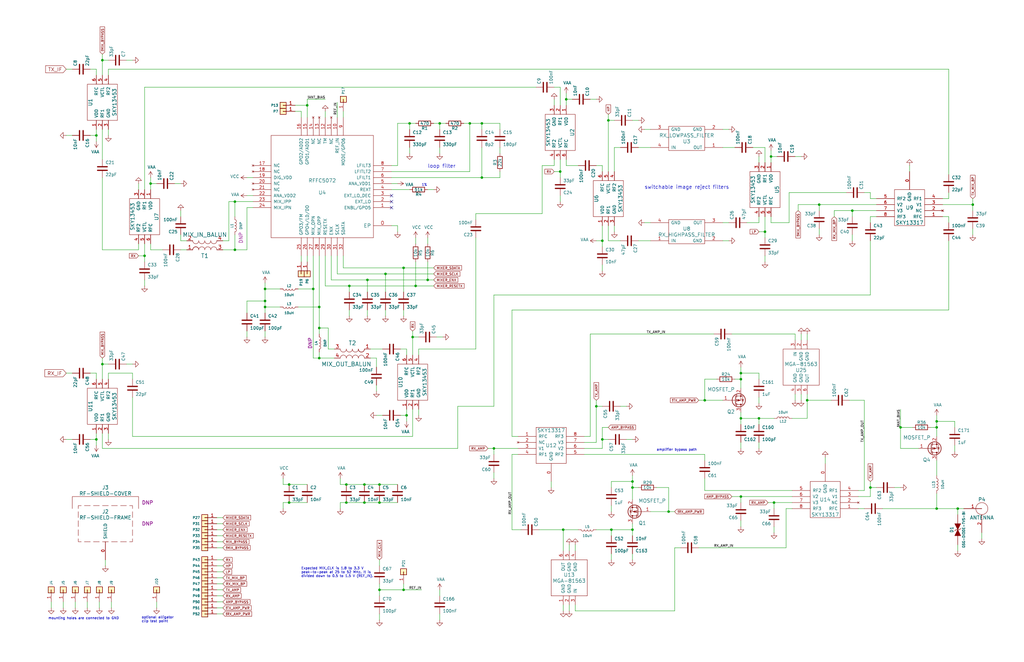
<source format=kicad_sch>
(kicad_sch (version 20211123) (generator eeschema)
  (paper "User" 431.8 279.4)
  (title_block (title "HackRF One") (date "2021-09-28") (rev "r9") (company "Copyright 2012-2020 Great Scott Gadgets") (comment 1 "Michael Ossmann") (comment 2 "Licensed under the CERN-OHL-P v2"))
  (junction (at 111.76 121.92))
  (junction (at 394.97 214.63))
  (junction (at 203.2 74.93))
  (junction (at 254 101.6))
  (junction (at 146.05 212.09))
  (junction (at 403.86 214.63))
  (junction (at 40.64 57.15))
  (junction (at 99.06 105.41))
  (junction (at 394.97 180.34))
  (junction (at 281.94 215.9))
  (junction (at 312.42 157.48))
  (junction (at 170.18 248.92))
  (junction (at 121.92 204.47))
  (junction (at 326.39 212.09))
  (junction (at 160.02 204.47))
  (junction (at 254 185.42))
  (junction (at 160.02 248.92))
  (junction (at 129.54 44.45))
  (junction (at 111.76 129.54))
  (junction (at 160.02 212.09))
  (junction (at 379.73 180.34))
  (junction (at 340.36 168.91))
  (junction (at 171.45 175.26))
  (junction (at 60.96 107.95))
  (junction (at 312.42 209.55))
  (junction (at 238.76 41.91))
  (junction (at 154.94 118.11))
  (junction (at 237.49 223.52))
  (junction (at 320.04 176.53))
  (junction (at 134.62 138.43))
  (junction (at 266.7 205.74))
  (junction (at 153.67 204.47))
  (junction (at 367.03 205.74))
  (junction (at 162.56 115.57))
  (junction (at 63.5 77.47))
  (junction (at 146.05 204.47))
  (junction (at 297.18 168.91))
  (junction (at 256.54 50.8))
  (junction (at 208.28 189.23))
  (junction (at 359.41 88.9))
  (junction (at 147.32 120.65))
  (junction (at 394.97 177.8))
  (junction (at 345.44 86.36))
  (junction (at 153.67 212.09))
  (junction (at 312.42 160.02))
  (junction (at 134.62 129.54))
  (junction (at 180.34 118.11))
  (junction (at 198.12 52.07))
  (junction (at 172.72 52.07))
  (junction (at 257.81 223.52))
  (junction (at 121.92 212.09))
  (junction (at 170.18 113.03))
  (junction (at 111.76 127))
  (junction (at 43.18 153.67))
  (junction (at 175.26 120.65))
  (junction (at 40.64 185.42))
  (junction (at 266.7 223.52))
  (junction (at 236.22 72.39))
  (junction (at 185.42 52.07))
  (junction (at 173.99 142.24))
  (junction (at 132.08 121.92))
  (junction (at 325.12 66.04))
  (junction (at 99.06 85.09))
  (junction (at 134.62 151.13))
  (junction (at 322.58 97.79))
  (junction (at 43.18 25.4))
  (junction (at 251.46 171.45))
  (junction (at 203.2 52.07))
  (junction (at 266.7 203.2))
  (junction (at 312.42 176.53))
  (junction (at 410.21 86.36))
  (no_connect (at 165.1 82.55))
  (no_connect (at 165.1 85.09))
  (no_connect (at 165.1 87.63))
  (wire (pts (xy 186.69 142.24) (xy 184.15 142.24)))
  (wire (pts (xy 143.51 204.47) (xy 146.05 204.47)))
  (wire (pts (xy 400.05 101.6) (xy 400.05 130.81)))
  (wire (pts (xy 139.7 118.11) (xy 154.94 118.11)))
  (wire (pts (xy 55.88 153.67) (xy 53.34 153.67)))
  (wire (pts (xy 173.99 142.24) (xy 173.99 149.86)))
  (wire (pts (xy 304.8 93.98) (xy 307.34 93.98)))
  (wire (pts (xy 27.94 57.15) (xy 30.48 57.15)))
  (wire (pts (xy 127 49.53) (xy 127 46.99)))
  (wire (pts (xy 269.24 101.6) (xy 274.32 101.6)))
  (wire (pts (xy 383.54 69.85) (xy 383.54 72.39)))
  (wire (pts (xy 46.99 254) (xy 46.99 256.54)))
  (wire (pts (xy 312.42 212.09) (xy 312.42 209.55)))
  (wire (pts (xy 185.42 248.92) (xy 185.42 251.46)))
  (wire (pts (xy 394.97 177.8) (xy 394.97 180.34)))
  (wire (pts (xy 156.21 147.32) (xy 161.29 147.32)))
  (wire (pts (xy 331.47 214.63) (xy 334.01 214.63)))
  (wire (pts (xy 414.02 224.79) (xy 414.02 227.33)))
  (wire (pts (xy 367.03 91.44) (xy 369.57 91.44)))
  (wire (pts (xy 297.18 207.01) (xy 297.18 201.93)))
  (wire (pts (xy 111.76 121.92) (xy 111.76 127)))
  (wire (pts (xy 147.32 123.19) (xy 147.32 120.65)))
  (wire (pts (xy 312.42 176.53) (xy 320.04 176.53)))
  (wire (pts (xy 193.04 171.45) (xy 193.04 189.23)))
  (wire (pts (xy 91.44 231.14) (xy 93.98 231.14)))
  (wire (pts (xy 106.68 74.93) (xy 104.14 74.93)))
  (wire (pts (xy 400.05 130.81) (xy 215.9 130.81)))
  (wire (pts (xy 312.42 209.55) (xy 334.01 209.55)))
  (wire (pts (xy 322.58 68.58) (xy 322.58 62.23)))
  (wire (pts (xy 297.18 194.31) (xy 297.18 191.77)))
  (wire (pts (xy 147.32 133.35) (xy 147.32 130.81)))
  (wire (pts (xy 254 114.3) (xy 254 111.76)))
  (wire (pts (xy 124.46 44.45) (xy 129.54 44.45)))
  (wire (pts (xy 237.49 223.52) (xy 243.84 223.52)))
  (wire (pts (xy 96.52 101.6) (xy 96.52 85.09)))
  (wire (pts (xy 60.96 107.95) (xy 60.96 110.49)))
  (wire (pts (xy 91.44 228.6) (xy 93.98 228.6)))
  (wire (pts (xy 261.62 101.6) (xy 256.54 101.6)))
  (wire (pts (xy 410.21 86.36) (xy 410.21 88.9)))
  (wire (pts (xy 143.51 212.09) (xy 143.51 214.63)))
  (wire (pts (xy 154.94 133.35) (xy 154.94 130.81)))
  (wire (pts (xy 45.72 31.75) (xy 45.72 29.21)))
  (wire (pts (xy 185.42 54.61) (xy 185.42 52.07)))
  (wire (pts (xy 45.72 160.02) (xy 45.72 157.48)))
  (wire (pts (xy 121.92 212.09) (xy 129.54 212.09)))
  (wire (pts (xy 251.46 168.91) (xy 251.46 171.45)))
  (wire (pts (xy 257.81 203.2) (xy 257.81 205.74)))
  (wire (pts (xy 91.44 238.76) (xy 93.98 238.76)))
  (wire (pts (xy 176.53 149.86) (xy 176.53 147.32)))
  (wire (pts (xy 137.16 120.65) (xy 147.32 120.65)))
  (wire (pts (xy 326.39 212.09) (xy 334.01 212.09)))
  (wire (pts (xy 281.94 215.9) (xy 281.94 205.74)))
  (wire (pts (xy 312.42 160.02) (xy 309.88 160.02)))
  (wire (pts (xy 320.04 97.79) (xy 322.58 97.79)))
  (wire (pts (xy 176.53 147.32) (xy 200.66 147.32)))
  (wire (pts (xy 402.59 177.8) (xy 394.97 177.8)))
  (wire (pts (xy 175.26 100.33) (xy 175.26 102.87)))
  (wire (pts (xy 304.8 54.61) (xy 307.34 54.61)))
  (wire (pts (xy 331.47 231.14) (xy 331.47 214.63)))
  (wire (pts (xy 162.56 115.57) (xy 182.88 115.57)))
  (wire (pts (xy 172.72 64.77) (xy 172.72 62.23)))
  (wire (pts (xy 60.96 102.87) (xy 60.96 107.95)))
  (wire (pts (xy 158.75 175.26) (xy 161.29 175.26)))
  (wire (pts (xy 294.64 231.14) (xy 331.47 231.14)))
  (wire (pts (xy 104.14 127) (xy 104.14 132.08)))
  (wire (pts (xy 137.16 120.65) (xy 137.16 107.95)))
  (wire (pts (xy 359.41 101.6) (xy 359.41 99.06)))
  (wire (pts (xy 312.42 160.02) (xy 312.42 163.83)))
  (wire (pts (xy 340.36 176.53) (xy 334.01 176.53)))
  (wire (pts (xy 257.81 223.52) (xy 266.7 223.52)))
  (wire (pts (xy 334.01 207.01) (xy 297.18 207.01)))
  (wire (pts (xy 215.9 223.52) (xy 219.71 223.52)))
  (wire (pts (xy 153.67 212.09) (xy 160.02 212.09)))
  (wire (pts (xy 63.5 105.41) (xy 68.58 105.41)))
  (wire (pts (xy 297.18 160.02) (xy 297.18 168.91)))
  (wire (pts (xy 403.86 214.63) (xy 403.86 217.17)))
  (wire (pts (xy 173.99 184.15) (xy 55.88 184.15)))
  (wire (pts (xy 91.44 254) (xy 93.98 254)))
  (wire (pts (xy 171.45 175.26) (xy 171.45 177.8)))
  (wire (pts (xy 312.42 173.99) (xy 312.42 176.53)))
  (wire (pts (xy 93.98 101.6) (xy 96.52 101.6)))
  (wire (pts (xy 138.43 138.43) (xy 134.62 138.43)))
  (wire (pts (xy 119.38 204.47) (xy 121.92 204.47)))
  (wire (pts (xy 91.44 246.38) (xy 93.98 246.38)))
  (wire (pts (xy 337.82 143.51) (xy 337.82 140.97)))
  (wire (pts (xy 251.46 223.52) (xy 257.81 223.52)))
  (wire (pts (xy 243.84 69.85) (xy 238.76 69.85)))
  (wire (pts (xy 63.5 74.93) (xy 63.5 77.47)))
  (wire (pts (xy 91.44 248.92) (xy 93.98 248.92)))
  (wire (pts (xy 55.88 25.4) (xy 53.34 25.4)))
  (wire (pts (xy 40.64 31.75) (xy 40.64 29.21)))
  (wire (pts (xy 257.81 215.9) (xy 257.81 213.36)))
  (wire (pts (xy 208.28 189.23) (xy 218.44 189.23)))
  (wire (pts (xy 45.72 25.4) (xy 43.18 25.4)))
  (wire (pts (xy 400.05 81.28) (xy 400.05 83.82)))
  (wire (pts (xy 58.42 107.95) (xy 60.96 107.95)))
  (wire (pts (xy 104.14 82.55) (xy 106.68 82.55)))
  (wire (pts (xy 160.02 238.76) (xy 160.02 236.22)))
  (wire (pts (xy 364.49 207.01) (xy 361.95 207.01)))
  (wire (pts (xy 254 69.85) (xy 254 72.39)))
  (wire (pts (xy 142.24 115.57) (xy 162.56 115.57)))
  (wire (pts (xy 198.12 52.07) (xy 203.2 52.07)))
  (wire (pts (xy 162.56 133.35) (xy 162.56 130.81)))
  (wire (pts (xy 254 189.23) (xy 246.38 189.23)))
  (wire (pts (xy 40.64 57.15) (xy 40.64 59.69)))
  (wire (pts (xy 132.08 107.95) (xy 132.08 121.92)))
  (wire (pts (xy 40.64 29.21) (xy 38.1 29.21)))
  (wire (pts (xy 335.28 140.97) (xy 308.61 140.97)))
  (wire (pts (xy 394.97 194.31) (xy 394.97 200.66)))
  (wire (pts (xy 60.96 80.01) (xy 60.96 36.83)))
  (wire (pts (xy 153.67 204.47) (xy 160.02 204.47)))
  (wire (pts (xy 170.18 246.38) (xy 170.18 248.92)))
  (wire (pts (xy 91.44 241.3) (xy 93.98 241.3)))
  (wire (pts (xy 167.64 52.07) (xy 172.72 52.07)))
  (wire (pts (xy 307.34 101.6) (xy 304.8 101.6)))
  (wire (pts (xy 55.88 184.15) (xy 55.88 167.64)))
  (wire (pts (xy 146.05 204.47) (xy 153.67 204.47)))
  (wire (pts (xy 134.62 138.43) (xy 134.62 140.97)))
  (wire (pts (xy 21.59 254) (xy 21.59 256.54)))
  (wire (pts (xy 173.99 139.7) (xy 173.99 142.24)))
  (wire (pts (xy 195.58 52.07) (xy 198.12 52.07)))
  (wire (pts (xy 144.78 49.53) (xy 144.78 46.99)))
  (wire (pts (xy 325.12 63.5) (xy 325.12 66.04)))
  (wire (pts (xy 144.78 113.03) (xy 170.18 113.03)))
  (wire (pts (xy 274.32 62.23) (xy 269.24 62.23)))
  (wire (pts (xy 125.73 121.92) (xy 132.08 121.92)))
  (wire (pts (xy 364.49 81.28) (xy 367.03 81.28)))
  (wire (pts (xy 129.54 44.45) (xy 129.54 49.53)))
  (wire (pts (xy 147.32 120.65) (xy 175.26 120.65)))
  (wire (pts (xy 345.44 86.36) (xy 369.57 86.36)))
  (wire (pts (xy 31.75 254) (xy 31.75 256.54)))
  (wire (pts (xy 91.44 243.84) (xy 93.98 243.84)))
  (wire (pts (xy 167.64 95.25) (xy 167.64 97.79)))
  (wire (pts (xy 203.2 52.07) (xy 210.82 52.07)))
  (wire (pts (xy 284.48 257.81) (xy 242.57 257.81)))
  (wire (pts (xy 91.44 259.08) (xy 93.98 259.08)))
  (wire (pts (xy 180.34 118.11) (xy 180.34 110.49)))
  (wire (pts (xy 351.79 91.44) (xy 351.79 88.9)))
  (wire (pts (xy 210.82 64.77) (xy 210.82 62.23)))
  (wire (pts (xy 246.38 184.15) (xy 248.92 184.15)))
  (wire (pts (xy 111.76 121.92) (xy 118.11 121.92)))
  (wire (pts (xy 99.06 85.09) (xy 106.68 85.09)))
  (wire (pts (xy 132.08 121.92) (xy 132.08 151.13)))
  (wire (pts (xy 379.73 180.34) (xy 379.73 189.23)))
  (wire (pts (xy 322.58 110.49) (xy 322.58 107.95)))
  (wire (pts (xy 111.76 127) (xy 111.76 129.54)))
  (wire (pts (xy 134.62 107.95) (xy 134.62 129.54)))
  (wire (pts (xy 205.74 189.23) (xy 208.28 189.23)))
  (wire (pts (xy 326.39 214.63) (xy 326.39 212.09)))
  (wire (pts (xy 326.39 224.79) (xy 326.39 222.25)))
  (wire (pts (xy 104.14 87.63) (xy 104.14 105.41)))
  (wire (pts (xy 91.44 256.54) (xy 93.98 256.54)))
  (wire (pts (xy 158.75 154.94) (xy 158.75 151.13)))
  (wire (pts (xy 266.7 223.52) (xy 266.7 226.06)))
  (wire (pts (xy 257.81 226.06) (xy 257.81 223.52)))
  (wire (pts (xy 254 101.6) (xy 254 104.14)))
  (wire (pts (xy 233.68 72.39) (xy 236.22 72.39)))
  (wire (pts (xy 254 180.34) (xy 254 185.42)))
  (wire (pts (xy 320.04 160.02) (xy 320.04 157.48)))
  (wire (pts (xy 193.04 189.23) (xy 43.18 189.23)))
  (wire (pts (xy 248.92 140.97) (xy 248.92 184.15)))
  (wire (pts (xy 160.02 248.92) (xy 160.02 251.46)))
  (wire (pts (xy 91.44 236.22) (xy 93.98 236.22)))
  (wire (pts (xy 119.38 204.47) (xy 119.38 201.93)))
  (wire (pts (xy 218.44 184.15) (xy 215.9 184.15)))
  (wire (pts (xy 63.5 102.87) (xy 63.5 105.41)))
  (wire (pts (xy 294.64 168.91) (xy 297.18 168.91)))
  (wire (pts (xy 237.49 232.41) (xy 237.49 223.52)))
  (wire (pts (xy 320.04 176.53) (xy 326.39 176.53)))
  (wire (pts (xy 402.59 190.5) (xy 402.59 187.96)))
  (wire (pts (xy 44.45 236.22) (xy 44.45 238.76)))
  (wire (pts (xy 172.72 80.01) (xy 165.1 80.01)))
  (wire (pts (xy 121.92 204.47) (xy 129.54 204.47)))
  (wire (pts (xy 118.11 129.54) (xy 111.76 129.54)))
  (wire (pts (xy 400.05 29.21) (xy 400.05 73.66)))
  (wire (pts (xy 314.96 93.98) (xy 320.04 93.98)))
  (wire (pts (xy 91.44 220.98) (xy 93.98 220.98)))
  (wire (pts (xy 76.2 77.47) (xy 73.66 77.47)))
  (wire (pts (xy 185.42 259.08) (xy 185.42 261.62)))
  (wire (pts (xy 284.48 257.81) (xy 284.48 231.14)))
  (wire (pts (xy 367.03 203.2) (xy 367.03 205.74)))
  (wire (pts (xy 27.94 29.21) (xy 30.48 29.21)))
  (wire (pts (xy 397.51 91.44) (xy 400.05 91.44)))
  (wire (pts (xy 208.28 171.45) (xy 208.28 124.46)))
  (wire (pts (xy 320.04 189.23) (xy 320.04 186.69)))
  (wire (pts (xy 160.02 246.38) (xy 160.02 248.92)))
  (wire (pts (xy 335.28 143.51) (xy 335.28 140.97)))
  (wire (pts (xy 175.26 120.65) (xy 175.26 110.49)))
  (wire (pts (xy 55.88 157.48) (xy 55.88 160.02)))
  (wire (pts (xy 111.76 129.54) (xy 111.76 132.08)))
  (wire (pts (xy 58.42 105.41) (xy 43.18 105.41)))
  (wire (pts (xy 43.18 151.13) (xy 43.18 153.67)))
  (wire (pts (xy 227.33 223.52) (xy 237.49 223.52)))
  (wire (pts (xy 27.94 157.48) (xy 30.48 157.48)))
  (wire (pts (xy 256.54 185.42) (xy 254 185.42)))
  (wire (pts (xy 111.76 119.38) (xy 111.76 121.92)))
  (wire (pts (xy 237.49 257.81) (xy 237.49 255.27)))
  (wire (pts (xy 251.46 69.85) (xy 254 69.85)))
  (wire (pts (xy 137.16 46.99) (xy 137.16 49.53)))
  (wire (pts (xy 26.67 254) (xy 26.67 256.54)))
  (wire (pts (xy 170.18 133.35) (xy 170.18 130.81)))
  (wire (pts (xy 320.04 66.04) (xy 320.04 68.58)))
  (wire (pts (xy 251.46 186.69) (xy 246.38 186.69)))
  (wire (pts (xy 312.42 157.48) (xy 312.42 160.02)))
  (wire (pts (xy 99.06 91.44) (xy 99.06 85.09)))
  (wire (pts (xy 240.03 229.87) (xy 240.03 232.41)))
  (wire (pts (xy 165.1 72.39) (xy 198.12 72.39)))
  (wire (pts (xy 367.03 83.82) (xy 369.57 83.82)))
  (wire (pts (xy 345.44 99.06) (xy 345.44 96.52)))
  (wire (pts (xy 400.05 91.44) (xy 400.05 93.98)))
  (wire (pts (xy 351.79 88.9) (xy 359.41 88.9)))
  (wire (pts (xy 266.7 236.22) (xy 266.7 233.68)))
  (wire (pts (xy 91.44 223.52) (xy 93.98 223.52)))
  (wire (pts (xy 332.74 81.28) (xy 356.87 81.28)))
  (wire (pts (xy 125.73 129.54) (xy 134.62 129.54)))
  (wire (pts (xy 63.5 77.47) (xy 63.5 80.01)))
  (wire (pts (xy 358.14 168.91) (xy 364.49 168.91)))
  (wire (pts (xy 200.66 147.32) (xy 200.66 100.33)))
  (wire (pts (xy 266.7 220.98) (xy 266.7 223.52)))
  (wire (pts (xy 167.64 77.47) (xy 165.1 77.47)))
  (wire (pts (xy 208.28 191.77) (xy 208.28 189.23)))
  (wire (pts (xy 359.41 88.9) (xy 369.57 88.9)))
  (wire (pts (xy 240.03 257.81) (xy 240.03 255.27)))
  (wire (pts (xy 369.57 205.74) (xy 367.03 205.74)))
  (wire (pts (xy 154.94 123.19) (xy 154.94 118.11)))
  (wire (pts (xy 266.7 205.74) (xy 266.7 210.82)))
  (wire (pts (xy 176.53 175.26) (xy 176.53 172.72)))
  (wire (pts (xy 40.64 182.88) (xy 40.64 185.42)))
  (wire (pts (xy 168.91 175.26) (xy 171.45 175.26)))
  (wire (pts (xy 160.02 248.92) (xy 170.18 248.92)))
  (wire (pts (xy 403.86 214.63) (xy 406.4 214.63)))
  (wire (pts (xy 165.1 74.93) (xy 203.2 74.93)))
  (wire (pts (xy 312.42 176.53) (xy 312.42 179.07)))
  (wire (pts (xy 264.16 171.45) (xy 261.62 171.45)))
  (wire (pts (xy 312.42 189.23) (xy 312.42 186.69)))
  (wire (pts (xy 236.22 44.45) (xy 236.22 36.83)))
  (wire (pts (xy 335.28 166.37) (xy 335.28 168.91)))
  (wire (pts (xy 38.1 57.15) (xy 40.64 57.15)))
  (wire (pts (xy 171.45 147.32) (xy 171.45 149.86)))
  (wire (pts (xy 104.14 142.24) (xy 104.14 139.7)))
  (wire (pts (xy 259.08 50.8) (xy 256.54 50.8)))
  (wire (pts (xy 36.83 254) (xy 36.83 256.54)))
  (wire (pts (xy 43.18 25.4) (xy 43.18 31.75)))
  (wire (pts (xy 45.72 182.88) (xy 45.72 185.42)))
  (wire (pts (xy 43.18 189.23) (xy 43.18 182.88)))
  (wire (pts (xy 228.6 90.17) (xy 228.6 69.85)))
  (wire (pts (xy 76.2 105.41) (xy 78.74 105.41)))
  (wire (pts (xy 266.7 203.2) (xy 266.7 205.74)))
  (wire (pts (xy 170.18 123.19) (xy 170.18 113.03)))
  (wire (pts (xy 165.1 95.25) (xy 167.64 95.25)))
  (wire (pts (xy 402.59 180.34) (xy 402.59 177.8)))
  (wire (pts (xy 320.04 170.18) (xy 320.04 167.64)))
  (wire (pts (xy 394.97 175.26) (xy 394.97 177.8)))
  (wire (pts (xy 410.21 83.82) (xy 410.21 86.36)))
  (wire (pts (xy 119.38 212.09) (xy 121.92 212.09)))
  (wire (pts (xy 397.51 86.36) (xy 410.21 86.36)))
  (wire (pts (xy 367.03 124.46) (xy 367.03 101.6)))
  (wire (pts (xy 361.95 214.63) (xy 364.49 214.63)))
  (wire (pts (xy 119.38 212.09) (xy 119.38 214.63)))
  (wire (pts (xy 139.7 118.11) (xy 139.7 107.95)))
  (wire (pts (xy 236.22 67.31) (xy 236.22 72.39)))
  (wire (pts (xy 367.03 81.28) (xy 367.03 83.82)))
  (wire (pts (xy 91.44 226.06) (xy 93.98 226.06)))
  (wire (pts (xy 320.04 93.98) (xy 320.04 91.44)))
  (wire (pts (xy 336.55 88.9) (xy 336.55 86.36)))
  (wire (pts (xy 203.2 52.07) (xy 203.2 54.61)))
  (wire (pts (xy 281.94 215.9) (xy 284.48 215.9)))
  (wire (pts (xy 312.42 222.25) (xy 312.42 219.71)))
  (wire (pts (xy 350.52 168.91) (xy 340.36 168.91)))
  (wire (pts (xy 266.7 185.42) (xy 264.16 185.42)))
  (wire (pts (xy 228.6 69.85) (xy 233.68 69.85)))
  (wire (pts (xy 60.96 120.65) (xy 60.96 118.11)))
  (wire (pts (xy 91.44 251.46) (xy 93.98 251.46)))
  (wire (pts (xy 198.12 72.39) (xy 198.12 52.07)))
  (wire (pts (xy 345.44 88.9) (xy 345.44 86.36)))
  (wire (pts (xy 236.22 72.39) (xy 236.22 74.93)))
  (wire (pts (xy 236.22 85.09) (xy 236.22 82.55)))
  (wire (pts (xy 359.41 91.44) (xy 359.41 88.9)))
  (wire (pts (xy 332.74 93.98) (xy 325.12 93.98)))
  (wire (pts (xy 297.18 191.77) (xy 246.38 191.77)))
  (wire (pts (xy 154.94 118.11) (xy 180.34 118.11)))
  (wire (pts (xy 41.91 254) (xy 41.91 256.54)))
  (wire (pts (xy 200.66 90.17) (xy 228.6 90.17)))
  (wire (pts (xy 78.74 101.6) (xy 76.2 101.6)))
  (wire (pts (xy 367.03 209.55) (xy 361.95 209.55)))
  (wire (pts (xy 394.97 180.34) (xy 392.43 180.34)))
  (wire (pts (xy 200.66 92.71) (xy 200.66 90.17)))
  (wire (pts (xy 367.03 93.98) (xy 367.03 91.44)))
  (wire (pts (xy 176.53 142.24) (xy 173.99 142.24)))
  (wire (pts (xy 379.73 189.23) (xy 387.35 189.23)))
  (wire (pts (xy 233.68 69.85) (xy 233.68 67.31)))
  (wire (pts (xy 60.96 36.83) (xy 226.06 36.83)))
  (wire (pts (xy 322.58 97.79) (xy 322.58 100.33)))
  (wire (pts (xy 215.9 130.81) (xy 215.9 184.15)))
  (wire (pts (xy 281.94 205.74) (xy 276.86 205.74)))
  (wire (pts (xy 129.54 41.91) (xy 137.16 41.91)))
  (wire (pts (xy 134.62 148.59) (xy 134.62 151.13)))
  (wire (pts (xy 340.36 166.37) (xy 340.36 168.91)))
  (wire (pts (xy 322.58 62.23) (xy 317.5 62.23)))
  (wire (pts (xy 302.26 160.02) (xy 297.18 160.02)))
  (wire (pts (xy 134.62 129.54) (xy 134.62 138.43)))
  (wire (pts (xy 43.18 67.31) (xy 43.18 54.61)))
  (wire (pts (xy 172.72 52.07) (xy 175.26 52.07)))
  (wire (pts (xy 266.7 200.66) (xy 266.7 203.2)))
  (wire (pts (xy 297.18 168.91) (xy 304.8 168.91)))
  (wire (pts (xy 58.42 77.47) (xy 58.42 80.01)))
  (wire (pts (xy 242.57 257.81) (xy 242.57 255.27)))
  (wire (pts (xy 170.18 113.03) (xy 182.88 113.03)))
  (wire (pts (xy 185.42 64.77) (xy 185.42 62.23)))
  (wire (pts (xy 323.85 212.09) (xy 326.39 212.09)))
  (wire (pts (xy 38.1 185.42) (xy 40.64 185.42)))
  (wire (pts (xy 182.88 52.07) (xy 185.42 52.07)))
  (wire (pts (xy 269.24 50.8) (xy 266.7 50.8)))
  (wire (pts (xy 308.61 209.55) (xy 312.42 209.55)))
  (wire (pts (xy 66.04 77.47) (xy 63.5 77.47)))
  (wire (pts (xy 394.97 214.63) (xy 403.86 214.63)))
  (wire (pts (xy 185.42 52.07) (xy 187.96 52.07)))
  (wire (pts (xy 208.28 201.93) (xy 208.28 199.39)))
  (wire (pts (xy 394.97 180.34) (xy 394.97 184.15)))
  (wire (pts (xy 218.44 191.77) (xy 215.9 191.77)))
  (wire (pts (xy 40.64 185.42) (xy 40.64 187.96)))
  (wire (pts (xy 175.26 120.65) (xy 182.88 120.65)))
  (wire (pts (xy 208.28 124.46) (xy 367.03 124.46)))
  (wire (pts (xy 162.56 123.19) (xy 162.56 115.57)))
  (wire (pts (xy 320.04 179.07) (xy 320.04 176.53)))
  (wire (pts (xy 127 107.95) (xy 127 110.49)))
  (wire (pts (xy 38.1 157.48) (xy 40.64 157.48)))
  (wire (pts (xy 340.36 168.91) (xy 340.36 176.53)))
  (wire (pts (xy 138.43 147.32) (xy 140.97 147.32)))
  (wire (pts (xy 364.49 168.91) (xy 364.49 207.01)))
  (wire (pts (xy 76.2 101.6) (xy 76.2 99.06)))
  (wire (pts (xy 106.68 87.63) (xy 104.14 87.63)))
  (wire (pts (xy 379.73 172.72) (xy 379.73 180.34)))
  (wire (pts (xy 312.42 154.94) (xy 312.42 157.48)))
  (wire (pts (xy 129.54 110.49) (xy 129.54 107.95)))
  (wire (pts (xy 146.05 212.09) (xy 153.67 212.09)))
  (wire (pts (xy 91.44 218.44) (xy 93.98 218.44)))
  (wire (pts (xy 256.54 50.8) (xy 256.54 72.39)))
  (wire (pts (xy 271.78 54.61) (xy 274.32 54.61)))
  (wire (pts (xy 215.9 191.77) (xy 215.9 223.52)))
  (wire (pts (xy 134.62 151.13) (xy 140.97 151.13)))
  (wire (pts (xy 43.18 22.86) (xy 43.18 25.4)))
  (wire (pts (xy 27.94 185.42) (xy 30.48 185.42)))
  (wire (pts (xy 337.82 66.04) (xy 335.28 66.04)))
  (wire (pts (xy 274.32 215.9) (xy 281.94 215.9)))
  (wire (pts (xy 203.2 74.93) (xy 210.82 74.93)))
  (wire (pts (xy 320.04 157.48) (xy 312.42 157.48)))
  (wire (pts (xy 76.2 88.9) (xy 76.2 91.44)))
  (wire (pts (xy 251.46 171.45) (xy 251.46 186.69)))
  (wire (pts (xy 259.08 97.79) (xy 259.08 95.25)))
  (wire (pts (xy 43.18 74.93) (xy 43.18 105.41)))
  (wire (pts (xy 325.12 66.04) (xy 325.12 68.58)))
  (wire (pts (xy 142.24 43.18) (xy 142.24 49.53)))
  (wire (pts (xy 158.75 165.1) (xy 158.75 162.56)))
  (wire (pts (xy 236.22 36.83) (xy 233.68 36.83)))
  (wire (pts (xy 394.97 208.28) (xy 394.97 214.63)))
  (wire (pts (xy 180.34 118.11) (xy 182.88 118.11)))
  (wire (pts (xy 340.36 140.97) (xy 340.36 143.51)))
  (wire (pts (xy 384.81 180.34) (xy 379.73 180.34)))
  (wire (pts (xy 337.82 168.91) (xy 337.82 166.37)))
  (wire (pts (xy 158.75 151.13) (xy 156.21 151.13)))
  (wire (pts (xy 327.66 66.04) (xy 325.12 66.04)))
  (wire (pts (xy 332.74 93.98) (xy 332.74 81.28)))
  (wire (pts (xy 129.54 41.91) (xy 129.54 44.45)))
  (wire (pts (xy 271.78 93.98) (xy 274.32 93.98)))
  (wire (pts (xy 111.76 142.24) (xy 111.76 139.7)))
  (wire (pts (xy 167.64 69.85) (xy 167.64 52.07)))
  (wire (pts (xy 254 95.25) (xy 254 101.6)))
  (wire (pts (xy 45.72 157.48) (xy 55.88 157.48)))
  (wire (pts (xy 142.24 115.57) (xy 142.24 107.95)))
  (wire (pts (xy 251.46 41.91) (xy 248.92 41.91)))
  (wire (pts (xy 182.88 80.01) (xy 180.34 80.01)))
  (wire (pts (xy 132.08 151.13) (xy 134.62 151.13)))
  (wire (pts (xy 400.05 83.82) (xy 397.51 83.82)))
  (wire (pts (xy 143.51 204.47) (xy 143.51 201.93)))
  (wire (pts (xy 171.45 172.72) (xy 171.45 175.26)))
  (wire (pts (xy 58.42 102.87) (xy 58.42 105.41)))
  (wire (pts (xy 367.03 205.74) (xy 367.03 209.55)))
  (wire (pts (xy 45.72 153.67) (xy 43.18 153.67)))
  (wire (pts (xy 257.81 203.2) (xy 266.7 203.2)))
  (wire (pts (xy 322.58 91.44) (xy 322.58 97.79)))
  (wire (pts (xy 99.06 105.41) (xy 93.98 105.41)))
  (wire (pts (xy 233.68 41.91) (xy 233.68 44.45)))
  (wire (pts (xy 257.81 236.22) (xy 257.81 233.68)))
  (wire (pts (xy 238.76 41.91) (xy 238.76 44.45)))
  (wire (pts (xy 99.06 99.06) (xy 99.06 105.41)))
  (wire (pts (xy 261.62 62.23) (xy 259.08 62.23)))
  (wire (pts (xy 170.18 248.92) (xy 177.8 248.92)))
  (wire (pts (xy 256.54 101.6) (xy 256.54 95.25)))
  (wire (pts (xy 251.46 101.6) (xy 254 101.6)))
  (wire (pts (xy 347.98 193.04) (xy 347.98 195.58)))
  (wire (pts (xy 172.72 54.61) (xy 172.72 52.07)))
  (wire (pts (xy 379.73 205.74) (xy 377.19 205.74)))
  (wire (pts (xy 40.64 157.48) (xy 40.64 160.02)))
  (wire (pts (xy 210.82 52.07) (xy 210.82 54.61)))
  (wire (pts (xy 168.91 147.32) (xy 171.45 147.32)))
  (wire (pts (xy 284.48 231.14) (xy 287.02 231.14)))
  (wire (pts (xy 173.99 172.72) (xy 173.99 184.15)))
  (wire (pts (xy 259.08 62.23) (xy 259.08 72.39)))
  (wire (pts (xy 144.78 113.03) (xy 144.78 107.95)))
  (wire (pts (xy 403.86 232.41) (xy 403.86 229.87)))
  (wire (pts (xy 203.2 62.23) (xy 203.2 74.93)))
  (wire (pts (xy 45.72 29.21) (xy 400.05 29.21)))
  (wire (pts (xy 372.11 214.63) (xy 394.97 214.63)))
  (wire (pts (xy 300.99 140.97) (xy 248.92 140.97)))
  (wire (pts (xy 254 171.45) (xy 251.46 171.45)))
  (wire (pts (xy 66.04 254) (xy 66.04 256.54)))
  (wire (pts (xy 208.28 171.45) (xy 193.04 171.45)))
  (wire (pts (xy 160.02 212.09) (xy 167.64 212.09)))
  (wire (pts (xy 325.12 93.98) (xy 325.12 91.44)))
  (wire (pts (xy 309.88 62.23) (xy 304.8 62.23)))
  (wire (pts (xy 242.57 229.87) (xy 242.57 232.41)))
  (wire (pts (xy 238.76 69.85) (xy 238.76 67.31)))
  (wire (pts (xy 160.02 204.47) (xy 167.64 204.47)))
  (wire (pts (xy 410.21 99.06) (xy 410.21 96.52)))
  (wire (pts (xy 266.7 205.74) (xy 269.24 205.74)))
  (wire (pts (xy 238.76 39.37) (xy 238.76 41.91)))
  (wire (pts (xy 256.54 180.34) (xy 254 180.34)))
  (wire (pts (xy 40.64 54.61) (xy 40.64 57.15)))
  (wire (pts (xy 43.18 153.67) (xy 43.18 160.02)))
  (wire (pts (xy 210.82 74.93) (xy 210.82 72.39)))
  (wire (pts (xy 45.72 57.15) (xy 45.72 54.61)))
  (wire (pts (xy 160.02 261.62) (xy 160.02 259.08)))
  (wire (pts (xy 336.55 86.36) (xy 345.44 86.36)))
  (wire (pts (xy 96.52 85.09) (xy 99.06 85.09)))
  (wire (pts (xy 165.1 69.85) (xy 167.64 69.85)))
  (wire (pts (xy 143.51 212.09) (xy 146.05 212.09)))
  (wire (pts (xy 138.43 147.32) (xy 138.43 138.43)))
  (wire (pts (xy 180.34 100.33) (xy 180.34 102.87)))
  (wire (pts (xy 254 185.42) (xy 254 189.23)))
  (wire (pts (xy 241.3 41.91) (xy 238.76 41.91)))
  (wire (pts (xy 104.14 105.41) (xy 99.06 105.41)))
  (wire (pts (xy 111.76 127) (xy 104.14 127)))
  (wire (pts (xy 256.54 48.26) (xy 256.54 50.8)))
  (wire (pts (xy 127 46.99) (xy 124.46 46.99)))
  (wire (pts (xy 232.41 205.74) (xy 232.41 203.2)))
  (text "optional alligator\nclip test point" (at 59.69 262.89 0) (effects (font (size 1.016 1.016)) (justify left bottom)))
  (text "mounting holes are connected to GND" (at 20.32 261.62 0) (effects (font (size 1.016 1.016)) (justify left bottom)))
  (text "Expected MIX_CLK is 1.8 to 3.3 V\npeak-to-peak at 25 to 52 MHz. It is\ndivided down to 0.5 to 1.5 V (REF_IN)." (at 127 243.84 0) (effects (font (size 1.016 1.016)) (justify left bottom)))
  (text "switchable image reject filters" (at 271.78 80.01 0) (effects (font (size 1.524 1.524)) (justify left bottom)))
  (text "1%" (at 177.8 78.74 0) (effects (font (size 1.016 1.016)) (justify left bottom)))
  (text "amplifier bypass path" (at 276.86 190.5 0) (effects (font (size 1.016 1.016)) (justify left bottom)))
  (text "loop filter" (at 180.34 71.12 0) (effects (font (size 1.524 1.524)) (justify left bottom)))
  (label "TX_AMP_OUT" (at 364.49 186.69 90) (effects (font (size 1.016 1.016))))
  (label "REF_IN" (at 177.8 248.92 180) (effects (font (size 1.016 1.016))))
  (label "!ANT_BIAS" (at 379.73 172.72 270) (effects (font (size 1.016 1.016))))
  (label "TX_AMP_IN" (at 280.67 140.97 180) (effects (font (size 1.016 1.016))))
  (label "!ANT_BIAS" (at 137.16 41.91 180) (effects (font (size 1.016 1.016))))
  (label "REF_IN" (at 142.24 43.18 270) (effects (font (size 1.016 1.016))))
  (label "RX_AMP_OUT" (at 215.9 217.17 90) (effects (font (size 1.016 1.016))))
  (label "RX_AMP_IN" (at 300.99 231.14 0) (effects (font (size 1.016 1.016))))
  (global_label "RX_AMP" (shape input) (at 93.98 251.46 0) (effects (font (size 1.016 1.016))) (property "Intersheet References" "${INTERSHEET_REFS}" (effects hide)))
  (global_label "TX_MIX_BP" (shape input) (at 93.98 243.84 0) (effects (font (size 1.016 1.016))) (property "Intersheet References" "${INTERSHEET_REFS}" (effects hide)))
  (global_label "!TX_AMP_PWR" (shape input) (at 294.64 168.91 180) (effects (font (size 1.016 1.016))) (property "Intersheet References" "${INTERSHEET_REFS}" (effects hide)))
  (global_label "AMP_BYPASS" (shape input) (at 93.98 254 0) (effects (font (size 1.016 1.016))) (property "Intersheet References" "${INTERSHEET_REFS}" (effects hide)))
  (global_label "RX" (shape input) (at 93.98 236.22 0) (effects (font (size 1.016 1.016))) (property "Intersheet References" "${INTERSHEET_REFS}" (effects hide)))
  (global_label "MIXER_SCLK" (shape input) (at 182.88 115.57 0) (effects (font (size 1.016 1.016))) (property "Intersheet References" "${INTERSHEET_REFS}" (effects hide)))
  (global_label "HP" (shape input) (at 93.98 238.76 0) (effects (font (size 1.016 1.016))) (property "Intersheet References" "${INTERSHEET_REFS}" (effects hide)))
  (global_label "RX" (shape input) (at 233.68 72.39 180) (effects (font (size 1.016 1.016))) (property "Intersheet References" "${INTERSHEET_REFS}" (effects hide)))
  (global_label "HP" (shape input) (at 256.54 48.26 90) (effects (font (size 1.016 1.016))) (property "Intersheet References" "${INTERSHEET_REFS}" (effects hide)))
  (global_label "RX_MIX_BP" (shape input) (at 351.79 91.44 270) (effects (font (size 1.016 1.016))) (property "Intersheet References" "${INTERSHEET_REFS}" (effects hide)))
  (global_label "LP" (shape input) (at 320.04 97.79 180) (effects (font (size 1.016 1.016))) (property "Intersheet References" "${INTERSHEET_REFS}" (effects hide)))
  (global_label "TX_IF" (shape input) (at 27.94 29.21 180) (effects (font (size 1.524 1.524))) (property "Intersheet References" "${INTERSHEET_REFS}" (effects hide)))
  (global_label "MIXER_RESETX" (shape input) (at 182.88 120.65 0) (effects (font (size 1.016 1.016))) (property "Intersheet References" "${INTERSHEET_REFS}" (effects hide)))
  (global_label "MIXER_SCLK" (shape input) (at 93.98 220.98 0) (effects (font (size 1.016 1.016))) (property "Intersheet References" "${INTERSHEET_REFS}" (effects hide)))
  (global_label "!MIX_BYPASS" (shape input) (at 336.55 88.9 270) (effects (font (size 1.016 1.016))) (property "Intersheet References" "${INTERSHEET_REFS}" (effects hide)))
  (global_label "AMP_BYPASS" (shape input) (at 256.54 180.34 0) (effects (font (size 1.016 1.016))) (property "Intersheet References" "${INTERSHEET_REFS}" (effects hide)))
  (global_label "MIX_BYPASS" (shape input) (at 93.98 228.6 0) (effects (font (size 1.016 1.016))) (property "Intersheet References" "${INTERSHEET_REFS}" (effects hide)))
  (global_label "RX_AMP" (shape input) (at 205.74 189.23 180) (effects (font (size 1.016 1.016))) (property "Intersheet References" "${INTERSHEET_REFS}" (effects hide)))
  (global_label "RX" (shape input) (at 58.42 107.95 180) (effects (font (size 1.016 1.016))) (property "Intersheet References" "${INTERSHEET_REFS}" (effects hide)))
  (global_label "!RX_AMP_PWR" (shape input) (at 93.98 259.08 0) (effects (font (size 1.016 1.016))) (property "Intersheet References" "${INTERSHEET_REFS}" (effects hide)))
  (global_label "!TX_AMP_PWR" (shape input) (at 93.98 256.54 0) (effects (font (size 1.016 1.016))) (property "Intersheet References" "${INTERSHEET_REFS}" (effects hide)))
  (global_label "MIX_CLK" (shape input) (at 160.02 236.22 90) (effects (font (size 1.016 1.016))) (property "Intersheet References" "${INTERSHEET_REFS}" (effects hide)))
  (global_label "RX_IF" (shape input) (at 27.94 157.48 180) (effects (font (size 1.524 1.524))) (property "Intersheet References" "${INTERSHEET_REFS}" (effects hide)))
  (global_label "TX_AMP" (shape input) (at 251.46 168.91 90) (effects (font (size 1.016 1.016))) (property "Intersheet References" "${INTERSHEET_REFS}" (effects hide)))
  (global_label "MIXER_ENX" (shape input) (at 93.98 223.52 0) (effects (font (size 1.016 1.016))) (property "Intersheet References" "${INTERSHEET_REFS}" (effects hide)))
  (global_label "MIXER_RESETX" (shape input) (at 93.98 226.06 0) (effects (font (size 1.016 1.016))) (property "Intersheet References" "${INTERSHEET_REFS}" (effects hide)))
  (global_label "LP" (shape input) (at 93.98 241.3 0) (effects (font (size 1.016 1.016))) (property "Intersheet References" "${INTERSHEET_REFS}" (effects hide)))
  (global_label "AMP_BYPASS" (shape input) (at 308.61 209.55 180) (effects (font (size 1.016 1.016))) (property "Intersheet References" "${INTERSHEET_REFS}" (effects hide)))
  (global_label "MIX_BYPASS" (shape input) (at 43.18 151.13 90) (effects (font (size 1.016 1.016))) (property "Intersheet References" "${INTERSHEET_REFS}" (effects hide)))
  (global_label "MIXER_SDATA" (shape input) (at 182.88 113.03 0) (effects (font (size 1.016 1.016))) (property "Intersheet References" "${INTERSHEET_REFS}" (effects hide)))
  (global_label "TX_AMP" (shape input) (at 93.98 248.92 0) (effects (font (size 1.016 1.016))) (property "Intersheet References" "${INTERSHEET_REFS}" (effects hide)))
  (global_label "MIXER_SDATA" (shape input) (at 93.98 218.44 0) (effects (font (size 1.016 1.016))) (property "Intersheet References" "${INTERSHEET_REFS}" (effects hide)))
  (global_label "TX_AMP" (shape input) (at 367.03 203.2 90) (effects (font (size 1.016 1.016))) (property "Intersheet References" "${INTERSHEET_REFS}" (effects hide)))
  (global_label "!MIX_BYPASS" (shape input) (at 43.18 22.86 90) (effects (font (size 1.016 1.016))) (property "Intersheet References" "${INTERSHEET_REFS}" (effects hide)))
  (global_label "!MIX_BYPASS" (shape input) (at 93.98 231.14 0) (effects (font (size 1.016 1.016))) (property "Intersheet References" "${INTERSHEET_REFS}" (effects hide)))
  (global_label "!RX_AMP_PWR" (shape input) (at 284.48 215.9 0) (effects (font (size 1.016 1.016))) (property "Intersheet References" "${INTERSHEET_REFS}" (effects hide)))
  (global_label "TX_MIX_BP" (shape input) (at 410.21 83.82 90) (effects (font (size 1.016 1.016))) (property "Intersheet References" "${INTERSHEET_REFS}" (effects hide)))
  (global_label "RX_MIX_BP" (shape input) (at 93.98 246.38 0) (effects (font (size 1.016 1.016))) (property "Intersheet References" "${INTERSHEET_REFS}" (effects hide)))
  (global_label "RX" (shape input) (at 173.99 139.7 90) (effects (font (size 1.016 1.016))) (property "Intersheet References" "${INTERSHEET_REFS}" (effects hide)))
  (global_label "MIXER_ENX" (shape input) (at 182.88 118.11 0) (effects (font (size 1.016 1.016))) (property "Intersheet References" "${INTERSHEET_REFS}" (effects hide)))
  (global_label "RX_AMP" (shape input) (at 323.85 212.09 180) (effects (font (size 1.016 1.016))) (property "Intersheet References" "${INTERSHEET_REFS}" (effects hide)))
  (symbol (lib_id "hackrf:GSG-RF-CONN") (at 414.02 214.63 0) (mirror y) (unit 1)
    (property "Reference" "P4" (at 414.02 210.82 0) (effects (font (size 1.524 1.524))))
    (property "Value" "ANTENNA" (at 414.02 218.44 0) (effects (font (size 1.524 1.524))))
    (property "Footprint" "hackrf:GSG-SMA-73251-2120" (effects hide))
    (property "Manufacturer" "Molex" (effects hide))
    (property "Part Number" "73251-2121" (effects hide))
    (property "Description" "CONN SMA JACK 50 OHM EDGE MNT W/JAM NUT & LOCK WASHER" (effects hide))
  )
  (symbol (lib_id "hackrf:FIL-DEA") (at 289.56 97.79 0) (unit 1)
    (property "Reference" "U8" (at 289.56 96.52 0) (effects (font (size 1.524 1.524))))
    (property "Value" "RX_HIGHPASS_FILTER" (at 289.56 99.06 0) (effects (font (size 1.524 1.524))))
    (property "Footprint" "hackrf:GSG-HP-DEA" (effects hide))
    (property "Manufacturer" "TDK" (effects hide))
    (property "Part Number" "DEA162400HT-8004B1" (effects hide))
    (property "Description" "FILTER HIGHPASS WLAN&BLUETOOTH" (effects hide))
  )
  (symbol (lib_id "hackrf:FIL-LP0603") (at 289.56 58.42 180) (unit 1)
    (property "Reference" "U3" (at 289.56 59.69 0) (effects (font (size 1.524 1.524))))
    (property "Value" "RX_LOWPASS_FILTER" (at 289.56 57.15 0) (effects (font (size 1.524 1.524))))
    (property "Footprint" "hackrf:GSG-LP0603" (effects hide))
    (property "Manufacturer" "AVX" (effects hide))
    (property "Part Number" "LP0603A1880ANTR" (effects hide))
    (property "Description" "FILTER LOW PASS 1880MHZ 0603 SMD" (effects hide))
  )
  (symbol (lib_id "power:GND") (at 158.75 165.1 0) (unit 1)
    (property "Reference" "#PWR079" (effects hide))
    (property "Value" "GND" (effects hide))
  )
  (symbol (lib_id "Device:C") (at 254 107.95 0) (unit 1)
    (property "Reference" "C30" (at 255.27 105.41 0) (effects (justify left)))
    (property "Value" "10nF" (at 255.27 110.49 0) (effects (justify left)))
    (property "Footprint" "hackrf:GSG-0402" (effects hide))
    (property "Manufacturer" "Murata" (effects hide))
    (property "Part Number" "GRM155R71C103KA01D" (effects hide))
    (property "Description" "CAP CER 10000PF 16V 10% X7R 0402" (effects hide))
  )
  (symbol (lib_id "power:GND") (at 254 114.3 0) (unit 1)
    (property "Reference" "#PWR077" (effects hide))
    (property "Value" "GND" (effects hide))
  )
  (symbol (lib_id "power:GND") (at 307.34 101.6 90) (unit 1)
    (property "Reference" "#PWR076" (effects hide))
    (property "Value" "GND" (effects hide))
  )
  (symbol (lib_id "power:GND") (at 307.34 54.61 90) (unit 1)
    (property "Reference" "#PWR075" (effects hide))
    (property "Value" "GND" (effects hide))
  )
  (symbol (lib_id "power:GND") (at 271.78 54.61 270) (unit 1)
    (property "Reference" "#PWR074" (effects hide))
    (property "Value" "GND" (effects hide))
  )
  (symbol (lib_id "power:GND") (at 271.78 93.98 270) (unit 1)
    (property "Reference" "#PWR073" (effects hide))
    (property "Value" "GND" (effects hide))
  )
  (symbol (lib_id "Device:C") (at 311.15 93.98 90) (unit 1)
    (property "Reference" "C26" (at 308.61 92.71 0) (effects (justify left)))
    (property "Value" "47pF" (at 313.69 92.71 0) (effects (justify left)))
    (property "Footprint" "hackrf:GSG-0402" (effects hide))
    (property "Manufacturer" "Murata" (effects hide))
    (property "Part Number" "GRM1555C1H470JA01D" (effects hide))
    (property "Description" "CAP CER 47PF 50V 5% NP0 0402" (effects hide))
  )
  (symbol (lib_id "power:GND") (at 414.02 227.33 0) (unit 1)
    (property "Reference" "#PWR072" (effects hide))
    (property "Value" "GND" (effects hide))
  )
  (symbol (lib_id "Device:C") (at 111.76 135.89 0) (unit 1)
    (property "Reference" "C42" (at 113.03 133.35 0) (effects (justify left)))
    (property "Value" "100pF" (at 113.03 138.43 0) (effects (justify left)))
    (property "Footprint" "hackrf:GSG-0402" (effects hide))
    (property "Manufacturer" "Murata" (effects hide))
    (property "Part Number" "GRM1555C1H101JA01D" (effects hide))
    (property "Description" "CAP CER 100PF 50V 5% NP0 0402" (effects hide))
  )
  (symbol (lib_id "power:GND") (at 111.76 142.24 0) (unit 1)
    (property "Reference" "#PWR071" (effects hide))
    (property "Value" "GND" (effects hide))
  )
  (symbol (lib_id "Device:C") (at 172.72 58.42 0) (unit 1)
    (property "Reference" "C12" (at 173.99 55.88 0) (effects (justify left)))
    (property "Value" "330pF" (at 173.99 60.96 0) (effects (justify left)))
    (property "Footprint" "hackrf:GSG-0402" (effects hide))
    (property "Manufacturer" "Murata" (effects hide))
    (property "Part Number" "GRM155R71H331KA01D" (effects hide))
    (property "Description" "CAP CER 330PF 50V 10% X7R 0402" (effects hide))
  )
  (symbol (lib_id "Device:R") (at 179.07 52.07 270) (unit 1)
    (property "Reference" "R1" (at 179.07 54.102 90))
    (property "Value" "470" (at 179.07 52.07 90))
    (property "Footprint" "hackrf:GSG-0402" (effects hide))
    (property "Manufacturer" "Stackpole" (effects hide))
    (property "Part Number" "RMCF0402JT470R" (effects hide))
    (property "Description" "RES TF 1/16W 470 OHM 5% 0402" (effects hide))
  )
  (symbol (lib_id "Device:C") (at 185.42 58.42 0) (unit 1)
    (property "Reference" "C13" (at 186.69 55.88 0) (effects (justify left)))
    (property "Value" "330pF" (at 186.69 60.96 0) (effects (justify left)))
    (property "Footprint" "hackrf:GSG-0402" (effects hide))
    (property "Manufacturer" "Murata" (effects hide))
    (property "Part Number" "GRM155R71H331KA01D" (effects hide))
    (property "Description" "CAP CER 330PF 50V 10% X7R 0402" (effects hide))
  )
  (symbol (lib_id "Device:R") (at 191.77 52.07 270) (unit 1)
    (property "Reference" "R2" (at 191.77 54.102 90))
    (property "Value" "470" (at 191.77 52.07 90))
    (property "Footprint" "hackrf:GSG-0402" (effects hide))
    (property "Manufacturer" "Stackpole" (effects hide))
    (property "Part Number" "RMCF0402JT470R" (effects hide))
    (property "Description" "RES TF 1/16W 470 OHM 5% 0402" (effects hide))
  )
  (symbol (lib_id "power:GND") (at 172.72 64.77 0) (unit 1)
    (property "Reference" "#PWR070" (effects hide))
    (property "Value" "GND" (effects hide))
  )
  (symbol (lib_id "power:GND") (at 185.42 64.77 0) (unit 1)
    (property "Reference" "#PWR069" (effects hide))
    (property "Value" "GND" (effects hide))
  )
  (symbol (lib_id "Device:C") (at 203.2 58.42 0) (unit 1)
    (property "Reference" "C14" (at 204.47 55.88 0) (effects (justify left)))
    (property "Value" "8p2" (at 204.47 60.96 0) (effects (justify left)))
    (property "Footprint" "hackrf:GSG-0402" (effects hide))
    (property "Manufacturer" "Taiyo Yuden" (effects hide))
    (property "Part Number" "UMK105CG8R2DV-F" (effects hide))
    (property "Description" "CAP CER 8.2PF 50V NP0 0402" (effects hide))
  )
  (symbol (lib_id "Device:C") (at 210.82 58.42 0) (unit 1)
    (property "Reference" "C15" (at 212.09 55.88 0) (effects (justify left)))
    (property "Value" "180pF" (at 212.09 60.96 0) (effects (justify left)))
    (property "Footprint" "hackrf:GSG-0402" (effects hide))
    (property "Manufacturer" "Murata" (effects hide))
    (property "Part Number" "GRM1555C1H181JA01D" (effects hide))
    (property "Description" "CAP CER 180PF 50V 5% NP0 0402" (effects hide))
  )
  (symbol (lib_id "Device:R") (at 210.82 68.58 180) (unit 1)
    (property "Reference" "R3" (at 208.788 68.58 90))
    (property "Value" "22k" (at 210.82 68.58 90))
    (property "Footprint" "hackrf:GSG-0402" (effects hide))
    (property "Manufacturer" "Panasonic" (effects hide))
    (property "Part Number" "ERJ-2GEJ223X" (effects hide))
    (property "Description" "RES 22K OHM 1/10W 5% 0402 SMD" (effects hide))
  )
  (symbol (lib_id "Device:C") (at 121.92 208.28 0) (unit 1)
    (property "Reference" "C1" (at 123.19 205.74 0) (effects (justify left)))
    (property "Value" "33pF" (at 123.19 210.82 0) (effects (justify left)))
    (property "Footprint" "hackrf:GSG-0402" (effects hide))
    (property "Manufacturer" "Murata" (effects hide))
    (property "Part Number" "GRM1555C1H330JA01D" (effects hide))
    (property "Description" "CAP CER 33PF 50V 5% NP0 0402" (effects hide))
  )
  (symbol (lib_id "Device:C") (at 129.54 208.28 0) (unit 1)
    (property "Reference" "C2" (at 130.81 205.74 0) (effects (justify left)))
    (property "Value" "10nF" (at 130.81 210.82 0) (effects (justify left)))
    (property "Footprint" "hackrf:GSG-0402" (effects hide))
    (property "Manufacturer" "Murata" (effects hide))
    (property "Part Number" "GRM155R71C103KA01D" (effects hide))
    (property "Description" "CAP CER 10000PF 16V 10% X7R 0402" (effects hide))
  )
  (symbol (lib_id "Device:C") (at 153.67 208.28 0) (unit 1)
    (property "Reference" "C4" (at 154.94 205.74 0) (effects (justify left)))
    (property "Value" "10nF" (at 154.94 210.82 0) (effects (justify left)))
    (property "Footprint" "hackrf:GSG-0402" (effects hide))
    (property "Manufacturer" "Murata" (effects hide))
    (property "Part Number" "GRM155R71C103KA01D" (effects hide))
    (property "Description" "CAP CER 10000PF 16V 10% X7R 0402" (effects hide))
  )
  (symbol (lib_id "Device:C") (at 146.05 208.28 0) (unit 1)
    (property "Reference" "C3" (at 147.32 205.74 0) (effects (justify left)))
    (property "Value" "33pF" (at 147.32 210.82 0) (effects (justify left)))
    (property "Footprint" "hackrf:GSG-0402" (effects hide))
    (property "Manufacturer" "Murata" (effects hide))
    (property "Part Number" "GRM1555C1H330JA01D" (effects hide))
    (property "Description" "CAP CER 33PF 50V 5% NP0 0402" (effects hide))
  )
  (symbol (lib_id "Device:C") (at 160.02 208.28 0) (unit 1)
    (property "Reference" "C5" (at 161.29 205.74 0) (effects (justify left)))
    (property "Value" "33pF" (at 161.29 210.82 0) (effects (justify left)))
    (property "Footprint" "hackrf:GSG-0402" (effects hide))
    (property "Manufacturer" "Murata" (effects hide))
    (property "Part Number" "GRM1555C1H330JA01D" (effects hide))
    (property "Description" "CAP CER 33PF 50V 5% NP0 0402" (effects hide))
  )
  (symbol (lib_id "Device:C") (at 167.64 208.28 0) (unit 1)
    (property "Reference" "C6" (at 168.91 205.74 0) (effects (justify left)))
    (property "Value" "10nF" (at 168.91 210.82 0) (effects (justify left)))
    (property "Footprint" "hackrf:GSG-0402" (effects hide))
    (property "Manufacturer" "Murata" (effects hide))
    (property "Part Number" "GRM155R71C103KA01D" (effects hide))
    (property "Description" "CAP CER 10000PF 16V 10% X7R 0402" (effects hide))
  )
  (symbol (lib_id "power:GND") (at 119.38 214.63 0) (unit 1)
    (property "Reference" "#PWR067" (effects hide))
    (property "Value" "GND" (effects hide))
  )
  (symbol (lib_id "Device:R") (at 176.53 80.01 270) (unit 1)
    (property "Reference" "R4" (at 176.53 82.042 90))
    (property "Value" "51k" (at 176.53 80.01 90))
    (property "Footprint" "hackrf:GSG-0402" (effects hide))
    (property "Manufacturer" "Stackpole" (effects hide))
    (property "Part Number" "RMCF0402FT51K0" (effects hide))
    (property "Description" "RES TF 51K OHM 1% 0.0625W 0402" (effects hide))
  )
  (symbol (lib_id "power:GND") (at 182.88 80.01 90) (unit 1)
    (property "Reference" "#PWR066" (effects hide))
    (property "Value" "GND" (effects hide))
  )
  (symbol (lib_id "power:GND") (at 137.16 46.99 180) (unit 1)
    (property "Reference" "#PWR065" (effects hide))
    (property "Value" "GND" (effects hide))
  )
  (symbol (lib_id "Device:R") (at 175.26 106.68 0) (unit 1)
    (property "Reference" "R5" (at 177.292 106.68 90))
    (property "Value" "10k" (at 175.26 106.68 90))
    (property "Footprint" "hackrf:GSG-0402" (effects hide))
    (property "Manufacturer" "Stackpole" (effects hide))
    (property "Part Number" "RMCF0402JT10K0" (effects hide))
    (property "Description" "RES 10K OHM 1/16W 5% 0402 SMD" (effects hide))
  )
  (symbol (lib_id "Device:C") (at 147.32 127 0) (unit 1)
    (property "Reference" "C34" (at 148.59 124.46 0) (effects (justify left)))
    (property "Value" "33pF" (at 148.59 129.54 0) (effects (justify left)))
    (property "Footprint" "hackrf:GSG-0402" (effects hide))
    (property "Manufacturer" "Murata" (effects hide))
    (property "Part Number" "GRM1555C1H330JA01D" (effects hide))
    (property "Description" "CAP CER 33PF 50V 5% NP0 0402" (effects hide))
  )
  (symbol (lib_id "Device:C") (at 154.94 127 0) (unit 1)
    (property "Reference" "C35" (at 156.21 124.46 0) (effects (justify left)))
    (property "Value" "33pF" (at 156.21 129.54 0) (effects (justify left)))
    (property "Footprint" "hackrf:GSG-0402" (effects hide))
    (property "Manufacturer" "Murata" (effects hide))
    (property "Part Number" "GRM1555C1H330JA01D" (effects hide))
    (property "Description" "CAP CER 33PF 50V 5% NP0 0402" (effects hide))
  )
  (symbol (lib_id "Device:C") (at 162.56 127 0) (unit 1)
    (property "Reference" "C36" (at 163.83 124.46 0) (effects (justify left)))
    (property "Value" "33pF" (at 163.83 129.54 0) (effects (justify left)))
    (property "Footprint" "hackrf:GSG-0402" (effects hide))
    (property "Manufacturer" "Murata" (effects hide))
    (property "Part Number" "GRM1555C1H330JA01D" (effects hide))
    (property "Description" "CAP CER 33PF 50V 5% NP0 0402" (effects hide))
  )
  (symbol (lib_id "Device:C") (at 170.18 127 0) (unit 1)
    (property "Reference" "C37" (at 171.45 124.46 0) (effects (justify left)))
    (property "Value" "33pF" (at 171.45 129.54 0) (effects (justify left)))
    (property "Footprint" "hackrf:GSG-0402" (effects hide))
    (property "Manufacturer" "Murata" (effects hide))
    (property "Part Number" "GRM1555C1H330JA01D" (effects hide))
    (property "Description" "CAP CER 33PF 50V 5% NP0 0402" (effects hide))
  )
  (symbol (lib_id "power:GND") (at 147.32 133.35 0) (unit 1)
    (property "Reference" "#PWR063" (effects hide))
    (property "Value" "GND" (effects hide))
  )
  (symbol (lib_id "power:GND") (at 154.94 133.35 0) (unit 1)
    (property "Reference" "#PWR062" (effects hide))
    (property "Value" "GND" (effects hide))
  )
  (symbol (lib_id "power:GND") (at 162.56 133.35 0) (unit 1)
    (property "Reference" "#PWR061" (effects hide))
    (property "Value" "GND" (effects hide))
  )
  (symbol (lib_id "power:GND") (at 170.18 133.35 0) (unit 1)
    (property "Reference" "#PWR060" (effects hide))
    (property "Value" "GND" (effects hide))
  )
  (symbol (lib_id "Device:R") (at 180.34 106.68 0) (unit 1)
    (property "Reference" "R6" (at 182.372 106.68 90))
    (property "Value" "10k" (at 180.34 106.68 90))
    (property "Footprint" "hackrf:GSG-0402" (effects hide))
    (property "Manufacturer" "Stackpole" (effects hide))
    (property "Part Number" "RMCF0402JT10K0" (effects hide))
    (property "Description" "RES 10K OHM 1/16W 5% 0402 SMD" (effects hide))
  )
  (symbol (lib_id "power:GND") (at 160.02 261.62 0) (unit 1)
    (property "Reference" "#PWR058" (effects hide))
    (property "Value" "GND" (effects hide))
  )
  (symbol (lib_id "power:GND") (at 403.86 232.41 0) (unit 1)
    (property "Reference" "#PWR057" (effects hide))
    (property "Value" "GND" (effects hide))
  )
  (symbol (lib_id "hackrf:GSG-DIODE-TVS-BI") (at 403.86 223.52 90) (unit 1)
    (property "Reference" "D1" (at 401.32 223.52 0))
    (property "Value" "GSG-DIODE-TVS-BI" (at 406.4 223.52 0) (effects (font (size 1.016 1.016))))
    (property "Footprint" "hackrf:GSG-0402" (effects hide))
    (property "Manufacturer" "Murata" (effects hide))
    (property "Part Number" "LXES15AAA1-100" (effects hide))
    (property "Description" "TVS DIODE ESD .05PF 15KV 0402" (effects hide))
  )
  (symbol (lib_id "power:GND") (at 167.64 97.79 0) (unit 1)
    (property "Reference" "#PWR056" (effects hide))
    (property "Value" "GND" (effects hide))
  )
  (symbol (lib_id "Device:L") (at 134.62 144.78 0) (unit 1)
    (property "Reference" "L4" (at 133.35 144.78 90) (effects (font (size 1.016 1.016))))
    (property "Value" "DNP" (at 137.16 144.78 90) (effects (font (size 1.016 1.016))))
    (property "Footprint" "hackrf:GSG-0402" (effects hide))
    (property "Note" "DNP" (at 130.81 144.78 90) (effects (font (size 1.524 1.524))))
  )
  (symbol (lib_id "power:GND") (at 104.14 142.24 0) (unit 1)
    (property "Reference" "#PWR055" (effects hide))
    (property "Value" "GND" (effects hide))
  )
  (symbol (lib_id "Device:C") (at 104.14 135.89 0) (unit 1)
    (property "Reference" "C41" (at 105.41 133.35 0) (effects (justify left)))
    (property "Value" "100pF" (at 105.41 138.43 0) (effects (justify left)))
    (property "Footprint" "hackrf:GSG-0402" (effects hide))
    (property "Manufacturer" "Murata" (effects hide))
    (property "Part Number" "GRM1555C1H101JA01D" (effects hide))
    (property "Description" "CAP CER 100PF 50V 5% NP0 0402" (effects hide))
  )
  (symbol (lib_id "gsg-symbols:SKY13453") (at 256.54 83.82 90) (unit 1)
    (property "Reference" "U6" (at 251.46 83.82 0) (effects (font (size 1.524 1.524))))
    (property "Value" "SKY13453" (at 261.62 83.82 0) (effects (font (size 1.524 1.524))))
    (property "Footprint" "gsg-modules:SKY13350-385LF" (effects hide))
    (property "Manufacturer" "Skyworks" (effects hide))
    (property "Part Number" "SKY13453-385LF" (effects hide))
    (property "Description" "IC RF SWITCH 6GHZ 6QFN" (effects hide))
  )
  (symbol (lib_id "Device:C") (at 265.43 101.6 270) (unit 1)
    (property "Reference" "C27" (at 267.97 102.87 0) (effects (justify left)))
    (property "Value" "47pF" (at 262.89 102.87 0) (effects (justify left)))
    (property "Footprint" "hackrf:GSG-0402" (effects hide))
    (property "Manufacturer" "Murata" (effects hide))
    (property "Part Number" "GRM1555C1H470JA01D" (effects hide))
    (property "Description" "CAP CER 47PF 50V 5% NP0 0402" (effects hide))
  )
  (symbol (lib_id "hackrf:BALUN-B0310J50100AHF") (at 86.36 102.87 180) (unit 1)
    (property "Reference" "T1" (at 86.36 107.95 0) (effects (font (size 1.778 1.778))))
    (property "Value" "MIX_IN_BALUN" (at 86.36 99.06 0) (effects (font (size 1.778 1.778))))
    (property "Footprint" "hackrf:GSG-B0310J50100AHF" (effects hide))
    (property "Manufacturer" "Anaren" (effects hide))
    (property "Part Number" "B0310J50100AHF" (effects hide))
    (property "Description" "Ultra Low Profile 0805 Balun 50 to 100 ohm Balanced" (effects hide))
  )
  (symbol (lib_id "power:GND") (at 76.2 88.9 180) (unit 1)
    (property "Reference" "#PWR054" (effects hide))
    (property "Value" "GND" (effects hide))
  )
  (symbol (lib_id "hackrf:BALUN-B0310J50100AHF") (at 148.59 149.86 0) (unit 1)
    (property "Reference" "T2" (at 148.59 144.78 0) (effects (font (size 1.778 1.778))))
    (property "Value" "MIX_OUT_BALUN" (at 146.05 153.67 0) (effects (font (size 1.778 1.778))))
    (property "Footprint" "hackrf:GSG-B0310J50100AHF" (effects hide))
    (property "Manufacturer" "Anaren" (effects hide))
    (property "Part Number" "B0310J50100AHF" (effects hide))
    (property "Description" "Ultra Low Profile 0805 Balun 50 to 100 ohm Balanced" (effects hide))
  )
  (symbol (lib_id "gsg-symbols:SKY13453") (at 43.18 171.45 90) (unit 1)
    (property "Reference" "U11" (at 38.1 171.45 0) (effects (font (size 1.524 1.524))))
    (property "Value" "SKY13453" (at 48.26 171.45 0) (effects (font (size 1.524 1.524))))
    (property "Footprint" "gsg-modules:SKY13350-385LF" (effects hide))
    (property "Manufacturer" "Skyworks" (effects hide))
    (property "Part Number" "SKY13453-385LF" (effects hide))
    (property "Description" "IC RF SWITCH 6GHZ 6QFN" (effects hide))
  )
  (symbol (lib_id "power:GND") (at 45.72 185.42 0) (unit 1)
    (property "Reference" "#PWR053" (effects hide))
    (property "Value" "GND" (effects hide))
  )
  (symbol (lib_id "Device:C") (at 55.88 163.83 0) (unit 1)
    (property "Reference" "C51" (at 57.15 161.29 0) (effects (justify left)))
    (property "Value" "22pF" (at 57.15 166.37 0) (effects (justify left)))
    (property "Footprint" "hackrf:GSG-0402" (effects hide))
    (property "Manufacturer" "Murata" (effects hide))
    (property "Part Number" "GRM1555C1H220JA01D" (effects hide))
    (property "Description" "CAP CER 22PF 50V 5% NP0 0402" (effects hide))
  )
  (symbol (lib_id "Device:C") (at 34.29 157.48 270) (unit 1)
    (property "Reference" "C48" (at 36.83 158.75 0) (effects (justify left)))
    (property "Value" "22pF" (at 31.75 158.75 0) (effects (justify left)))
    (property "Footprint" "hackrf:GSG-0402" (effects hide))
    (property "Manufacturer" "Murata" (effects hide))
    (property "Part Number" "GRM1555C1H220JA01D" (effects hide))
    (property "Description" "CAP CER 22PF 50V 5% NP0 0402" (effects hide))
  )
  (symbol (lib_id "Device:C") (at 43.18 71.12 0) (unit 1)
    (property "Reference" "C21" (at 44.45 68.58 0) (effects (justify left)))
    (property "Value" "22pF" (at 44.45 73.66 0) (effects (justify left)))
    (property "Footprint" "hackrf:GSG-0402" (effects hide))
    (property "Manufacturer" "Murata" (effects hide))
    (property "Part Number" "GRM1555C1H220JA01D" (effects hide))
    (property "Description" "CAP CER 22PF 50V 5% NP0 0402" (effects hide))
  )
  (symbol (lib_id "gsg-symbols:SKY13453") (at 43.18 43.18 90) (unit 1)
    (property "Reference" "U1" (at 38.1 43.18 0) (effects (font (size 1.524 1.524))))
    (property "Value" "SKY13453" (at 48.26 43.18 0) (effects (font (size 1.524 1.524))))
    (property "Footprint" "gsg-modules:SKY13350-385LF" (effects hide))
    (property "Manufacturer" "Skyworks" (effects hide))
    (property "Part Number" "SKY13453-385LF" (effects hide))
    (property "Description" "IC RF SWITCH 6GHZ 6QFN" (effects hide))
  )
  (symbol (lib_id "Device:C") (at 34.29 29.21 90) (unit 1)
    (property "Reference" "C8" (at 31.75 27.94 0) (effects (justify left)))
    (property "Value" "22pF" (at 36.83 27.94 0) (effects (justify left)))
    (property "Footprint" "hackrf:GSG-0402" (effects hide))
    (property "Manufacturer" "Murata" (effects hide))
    (property "Part Number" "GRM1555C1H220JA01D" (effects hide))
    (property "Description" "CAP CER 22PF 50V 5% NP0 0402" (effects hide))
  )
  (symbol (lib_id "power:GND") (at 45.72 57.15 0) (unit 1)
    (property "Reference" "#PWR052" (effects hide))
    (property "Value" "GND" (effects hide))
  )
  (symbol (lib_id "gsg-symbols:SKY13453") (at 322.58 80.01 270) (unit 1)
    (property "Reference" "U5" (at 327.66 80.01 0) (effects (font (size 1.524 1.524))))
    (property "Value" "SKY13453" (at 317.5 80.01 0) (effects (font (size 1.524 1.524))))
    (property "Footprint" "gsg-modules:SKY13350-385LF" (effects hide))
    (property "Manufacturer" "Skyworks" (effects hide))
    (property "Part Number" "SKY13453-385LF" (effects hide))
    (property "Description" "IC RF SWITCH 6GHZ 6QFN" (effects hide))
  )
  (symbol (lib_id "Device:C") (at 400.05 97.79 0) (mirror x) (unit 1)
    (property "Reference" "C44" (at 401.32 100.33 0) (effects (justify left)))
    (property "Value" "100nF" (at 401.32 95.25 0) (effects (justify left)))
    (property "Footprint" "hackrf:GSG-0402" (effects hide))
    (property "Manufacturer" "Murata" (effects hide))
    (property "Part Number" "GRM155R61A104KA01D" (effects hide))
    (property "Description" "CAP CER 0.1UF 10V 10% X5R 0402" (effects hide))
  )
  (symbol (lib_id "Device:C") (at 313.69 62.23 270) (mirror x) (unit 1)
    (property "Reference" "C18" (at 316.23 60.96 0) (effects (justify left)))
    (property "Value" "100nF" (at 311.15 60.96 0) (effects (justify left)))
    (property "Footprint" "hackrf:GSG-0402" (effects hide))
    (property "Manufacturer" "Murata" (effects hide))
    (property "Part Number" "GRM155R61A104KA01D" (effects hide))
    (property "Description" "CAP CER 0.1UF 10V 10% X5R 0402" (effects hide))
  )
  (symbol (lib_id "Device:C") (at 265.43 62.23 270) (mirror x) (unit 1)
    (property "Reference" "C17" (at 267.97 60.96 0) (effects (justify left)))
    (property "Value" "100nF" (at 262.89 60.96 0) (effects (justify left)))
    (property "Footprint" "hackrf:GSG-0402" (effects hide))
    (property "Manufacturer" "Murata" (effects hide))
    (property "Part Number" "GRM155R61A104KA01D" (effects hide))
    (property "Description" "CAP CER 0.1UF 10V 10% X5R 0402" (effects hide))
  )
  (symbol (lib_id "Device:C") (at 247.65 69.85 270) (unit 1)
    (property "Reference" "C20" (at 250.19 71.12 0) (effects (justify left)))
    (property "Value" "100nF" (at 245.11 71.12 0) (effects (justify left)))
    (property "Footprint" "hackrf:GSG-0402" (effects hide))
    (property "Manufacturer" "Murata" (effects hide))
    (property "Part Number" "GRM155R61A104KA01D" (effects hide))
    (property "Description" "CAP CER 0.1UF 10V 10% X5R 0402" (effects hide))
  )
  (symbol (lib_id "Device:C") (at 262.89 50.8 270) (mirror x) (unit 1)
    (property "Reference" "C11" (at 265.43 49.53 0) (effects (justify left)))
    (property "Value" "33pF" (at 260.35 49.53 0) (effects (justify left)))
    (property "Footprint" "hackrf:GSG-0402" (effects hide))
    (property "Manufacturer" "Murata" (effects hide))
    (property "Part Number" "GRM1555C1H330JA01D" (effects hide))
    (property "Description" "CAP CER 33PF 50V 5% NP0 0402" (effects hide))
  )
  (symbol (lib_id "power:GND") (at 269.24 50.8 90) (unit 1)
    (property "Reference" "#PWR051" (effects hide))
    (property "Value" "GND" (effects hide))
  )
  (symbol (lib_id "power:GND") (at 27.94 185.42 270) (unit 1)
    (property "Reference" "#PWR050" (effects hide))
    (property "Value" "GND" (effects hide))
  )
  (symbol (lib_id "Device:C") (at 34.29 185.42 270) (unit 1)
    (property "Reference" "C56" (at 36.83 186.69 0) (effects (justify left)))
    (property "Value" "10nF" (at 31.75 186.69 0) (effects (justify left)))
    (property "Footprint" "hackrf:GSG-0402" (effects hide))
    (property "Manufacturer" "Murata" (effects hide))
    (property "Part Number" "GRM155R71C103KA01D" (effects hide))
    (property "Description" "CAP CER 10000PF 16V 10% X7R 0402" (effects hide))
  )
  (symbol (lib_id "power:GND") (at 55.88 153.67 90) (unit 1)
    (property "Reference" "#PWR049" (effects hide))
    (property "Value" "GND" (effects hide))
  )
  (symbol (lib_id "Device:C") (at 49.53 153.67 270) (mirror x) (unit 1)
    (property "Reference" "C47" (at 52.07 152.4 0) (effects (justify left)))
    (property "Value" "33pF" (at 46.99 152.4 0) (effects (justify left)))
    (property "Footprint" "hackrf:GSG-0402" (effects hide))
    (property "Manufacturer" "Murata" (effects hide))
    (property "Part Number" "GRM1555C1H330JA01D" (effects hide))
    (property "Description" "CAP CER 33PF 50V 5% NP0 0402" (effects hide))
  )
  (symbol (lib_id "Device:C") (at 49.53 25.4 270) (mirror x) (unit 1)
    (property "Reference" "C7" (at 52.07 24.13 0) (effects (justify left)))
    (property "Value" "33pF" (at 46.99 24.13 0) (effects (justify left)))
    (property "Footprint" "hackrf:GSG-0402" (effects hide))
    (property "Manufacturer" "Murata" (effects hide))
    (property "Part Number" "GRM1555C1H330JA01D" (effects hide))
    (property "Description" "CAP CER 33PF 50V 5% NP0 0402" (effects hide))
  )
  (symbol (lib_id "power:GND") (at 55.88 25.4 90) (unit 1)
    (property "Reference" "#PWR048" (effects hide))
    (property "Value" "GND" (effects hide))
  )
  (symbol (lib_id "Device:C") (at 34.29 57.15 270) (unit 1)
    (property "Reference" "C16" (at 36.83 58.42 0) (effects (justify left)))
    (property "Value" "10nF" (at 31.75 58.42 0) (effects (justify left)))
    (property "Footprint" "hackrf:GSG-0402" (effects hide))
    (property "Manufacturer" "Murata" (effects hide))
    (property "Part Number" "GRM155R71C103KA01D" (effects hide))
    (property "Description" "CAP CER 10000PF 16V 10% X7R 0402" (effects hide))
  )
  (symbol (lib_id "power:GND") (at 27.94 57.15 270) (unit 1)
    (property "Reference" "#PWR047" (effects hide))
    (property "Value" "GND" (effects hide))
  )
  (symbol (lib_id "Device:L") (at 99.06 95.25 0) (unit 1)
    (property "Reference" "L1" (at 97.79 95.25 90) (effects (font (size 1.016 1.016))))
    (property "Value" "DNP" (at 101.6 95.25 90) (effects (font (size 1.016 1.016))))
    (property "Footprint" "hackrf:GSG-0402" (effects hide))
    (property "Note" "DNP" (at 101.6 100.33 90) (effects (font (size 1.524 1.524))))
  )
  (symbol (lib_id "power:GND") (at 76.2 77.47 90) (unit 1)
    (property "Reference" "#PWR046" (effects hide))
    (property "Value" "GND" (effects hide))
  )
  (symbol (lib_id "Device:C") (at 69.85 77.47 270) (mirror x) (unit 1)
    (property "Reference" "C22" (at 72.39 76.2 0) (effects (justify left)))
    (property "Value" "10nF" (at 67.31 76.2 0) (effects (justify left)))
    (property "Footprint" "hackrf:GSG-0402" (effects hide))
    (property "Manufacturer" "Murata" (effects hide))
    (property "Part Number" "GRM155R71C103KA01D" (effects hide))
    (property "Description" "CAP CER 10000PF 16V 10% X7R 0402" (effects hide))
  )
  (symbol (lib_id "Device:C") (at 72.39 105.41 270) (unit 1)
    (property "Reference" "C28" (at 74.93 106.68 0) (effects (justify left)))
    (property "Value" "100nF" (at 69.85 106.68 0) (effects (justify left)))
    (property "Footprint" "hackrf:GSG-0402" (effects hide))
    (property "Manufacturer" "Murata" (effects hide))
    (property "Part Number" "GRM155R61A104KA01D" (effects hide))
    (property "Description" "CAP CER 0.1UF 10V 10% X5R 0402" (effects hide))
  )
  (symbol (lib_id "power:GND") (at 58.42 77.47 180) (unit 1)
    (property "Reference" "#PWR045" (effects hide))
    (property "Value" "GND" (effects hide))
  )
  (symbol (lib_id "gsg-symbols:SKY13453") (at 60.96 91.44 270) (unit 1)
    (property "Reference" "U7" (at 66.04 91.44 0) (effects (font (size 1.524 1.524))))
    (property "Value" "SKY13453" (at 55.88 91.44 0) (effects (font (size 1.524 1.524))))
    (property "Footprint" "gsg-modules:SKY13350-385LF" (effects hide))
    (property "Manufacturer" "Skyworks" (effects hide))
    (property "Part Number" "SKY13453-385LF" (effects hide))
    (property "Description" "IC RF SWITCH 6GHZ 6QFN" (effects hide))
  )
  (symbol (lib_id "power:GND") (at 60.96 120.65 0) (unit 1)
    (property "Reference" "#PWR044" (effects hide))
    (property "Value" "GND" (effects hide))
  )
  (symbol (lib_id "Device:C") (at 60.96 114.3 0) (unit 1)
    (property "Reference" "C33" (at 62.23 111.76 0) (effects (justify left)))
    (property "Value" "33pF" (at 62.23 116.84 0) (effects (justify left)))
    (property "Footprint" "hackrf:GSG-0402" (effects hide))
    (property "Manufacturer" "Murata" (effects hide))
    (property "Part Number" "GRM1555C1H330JA01D" (effects hide))
    (property "Description" "CAP CER 33PF 50V 5% NP0 0402" (effects hide))
  )
  (symbol (lib_id "gsg-symbols:SKY13453") (at 236.22 55.88 270) (unit 1)
    (property "Reference" "U2" (at 241.3 55.88 0) (effects (font (size 1.524 1.524))))
    (property "Value" "SKY13453" (at 231.14 55.88 0) (effects (font (size 1.524 1.524))))
    (property "Footprint" "gsg-modules:SKY13350-385LF" (effects hide))
    (property "Manufacturer" "Skyworks" (effects hide))
    (property "Part Number" "SKY13453-385LF" (effects hide))
    (property "Description" "IC RF SWITCH 6GHZ 6QFN" (effects hide))
  )
  (symbol (lib_id "Device:C") (at 165.1 147.32 270) (unit 1)
    (property "Reference" "C46" (at 167.64 148.59 0) (effects (justify left)))
    (property "Value" "100nF" (at 162.56 148.59 0) (effects (justify left)))
    (property "Footprint" "hackrf:GSG-0402" (effects hide))
    (property "Manufacturer" "Murata" (effects hide))
    (property "Part Number" "GRM155R61A104KA01D" (effects hide))
    (property "Description" "CAP CER 0.1UF 10V 10% X5R 0402" (effects hide))
  )
  (symbol (lib_id "gsg-symbols:SKY13453") (at 173.99 161.29 90) (unit 1)
    (property "Reference" "U10" (at 168.91 161.29 0) (effects (font (size 1.524 1.524))))
    (property "Value" "SKY13453" (at 179.07 161.29 0) (effects (font (size 1.524 1.524))))
    (property "Footprint" "gsg-modules:SKY13350-385LF" (effects hide))
    (property "Manufacturer" "Skyworks" (effects hide))
    (property "Part Number" "SKY13453-385LF" (effects hide))
    (property "Description" "IC RF SWITCH 6GHZ 6QFN" (effects hide))
  )
  (symbol (lib_id "Device:C") (at 200.66 96.52 180) (unit 1)
    (property "Reference" "C23" (at 199.39 99.06 0) (effects (justify left)))
    (property "Value" "100nF" (at 199.39 93.98 0) (effects (justify left)))
    (property "Footprint" "hackrf:GSG-0402" (effects hide))
    (property "Manufacturer" "Murata" (effects hide))
    (property "Part Number" "GRM155R61A104KA01D" (effects hide))
    (property "Description" "CAP CER 0.1UF 10V 10% X5R 0402" (effects hide))
  )
  (symbol (lib_id "Device:C") (at 229.87 36.83 90) (unit 1)
    (property "Reference" "C9" (at 227.33 35.56 0) (effects (justify left)))
    (property "Value" "100nF" (at 232.41 35.56 0) (effects (justify left)))
    (property "Footprint" "hackrf:GSG-0402" (effects hide))
    (property "Manufacturer" "Murata" (effects hide))
    (property "Part Number" "GRM155R61A104KA01D" (effects hide))
    (property "Description" "CAP CER 0.1UF 10V 10% X5R 0402" (effects hide))
  )
  (symbol (lib_id "power:GND") (at 233.68 41.91 180) (unit 1)
    (property "Reference" "#PWR043" (effects hide))
    (property "Value" "GND" (effects hide))
  )
  (symbol (lib_id "power:GND") (at 259.08 97.79 0) (unit 1)
    (property "Reference" "#PWR042" (effects hide))
    (property "Value" "GND" (effects hide))
  )
  (symbol (lib_id "power:GND") (at 320.04 66.04 180) (unit 1)
    (property "Reference" "#PWR041" (effects hide))
    (property "Value" "GND" (effects hide))
  )
  (symbol (lib_id "Device:C") (at 360.68 81.28 270) (mirror x) (unit 1)
    (property "Reference" "C31" (at 363.22 80.01 0) (effects (justify left)))
    (property "Value" "100nF" (at 358.14 80.01 0) (effects (justify left)))
    (property "Footprint" "hackrf:GSG-0402" (effects hide))
    (property "Manufacturer" "Murata" (effects hide))
    (property "Part Number" "GRM155R61A104KA01D" (effects hide))
    (property "Description" "CAP CER 0.1UF 10V 10% X5R 0402" (effects hide))
  )
  (symbol (lib_id "hackrf:SKY13317") (at 383.54 87.63 180) (unit 1)
    (property "Reference" "U9" (at 383.54 87.63 0) (effects (font (size 1.524 1.524))))
    (property "Value" "SKY13317" (at 383.54 93.98 0) (effects (font (size 1.524 1.524))))
    (property "Footprint" "hackrf:GSG-SKY13317-373LF" (effects hide))
    (property "Manufacturer" "Skyworks" (effects hide))
    (property "Part Number" "SKY13317-373LF" (effects hide))
    (property "Description" "20 MHz-6.0 GHz pHEMT GaAs SP3T Switch" (effects hide))
  )
  (symbol (lib_id "Device:C") (at 400.05 77.47 0) (unit 1)
    (property "Reference" "C32" (at 401.32 74.93 0) (effects (justify left)))
    (property "Value" "22pF" (at 401.32 80.01 0) (effects (justify left)))
    (property "Footprint" "hackrf:GSG-0402" (effects hide))
    (property "Manufacturer" "Murata" (effects hide))
    (property "Part Number" "GRM1555C1H220JA01D" (effects hide))
    (property "Description" "CAP CER 22PF 50V 5% NP0 0402" (effects hide))
  )
  (symbol (lib_id "Device:C") (at 367.03 97.79 0) (unit 1)
    (property "Reference" "C43" (at 368.3 95.25 0) (effects (justify left)))
    (property "Value" "22pF" (at 368.3 100.33 0) (effects (justify left)))
    (property "Footprint" "hackrf:GSG-0402" (effects hide))
    (property "Manufacturer" "Murata" (effects hide))
    (property "Part Number" "GRM1555C1H220JA01D" (effects hide))
    (property "Description" "CAP CER 22PF 50V 5% NP0 0402" (effects hide))
  )
  (symbol (lib_id "hackrf:RFFC5072") (at 135.89 78.74 180) (unit 1)
    (property "Reference" "U4" (at 135.89 81.28 0) (effects (font (size 1.524 1.524))))
    (property "Value" "RFFC5072" (at 135.89 76.2 0) (effects (font (size 1.524 1.524))))
    (property "Footprint" "hackrf:GSG-QFN32" (effects hide))
    (property "Manufacturer" "RFMD" (effects hide))
    (property "Part Number" "RFFC5072TR7" (effects hide))
    (property "Description" "WIDEBAND SYNTHESIZER/VCO WITH INTEGRATED 6GHz MIXER" (effects hide))
  )
  (symbol (lib_id "hackrf:SKY13317") (at 232.41 187.96 0) (unit 1)
    (property "Reference" "U12" (at 232.41 187.96 0) (effects (font (size 1.524 1.524))))
    (property "Value" "SKY13317" (at 232.41 181.61 0) (effects (font (size 1.524 1.524))))
    (property "Footprint" "hackrf:GSG-SKY13317-373LF" (effects hide))
    (property "Manufacturer" "Skyworks" (effects hide))
    (property "Part Number" "SKY13317-373LF" (effects hide))
    (property "Description" "20 MHz-6.0 GHz pHEMT GaAs SP3T Switch" (effects hide))
  )
  (symbol (lib_id "hackrf:SKY13317") (at 347.98 210.82 180) (unit 1)
    (property "Reference" "U14" (at 347.98 210.82 0) (effects (font (size 1.524 1.524))))
    (property "Value" "SKY13317" (at 347.98 217.17 0) (effects (font (size 1.524 1.524))))
    (property "Footprint" "hackrf:GSG-SKY13317-373LF" (effects hide))
    (property "Manufacturer" "Skyworks" (effects hide))
    (property "Part Number" "SKY13317-373LF" (effects hide))
    (property "Description" "20 MHz-6.0 GHz pHEMT GaAs SP3T Switch" (effects hide))
  )
  (symbol (lib_id "Device:L") (at 247.65 223.52 270) (unit 1)
    (property "Reference" "L5" (at 247.65 222.25 90) (effects (font (size 1.016 1.016))))
    (property "Value" "10uH" (at 247.65 226.06 90) (effects (font (size 1.016 1.016))))
    (property "Footprint" "hackrf:GSG-0603" (effects hide))
    (property "Manufacturer" "Taiyo Yuden" (effects hide))
    (property "Part Number" "BRL1608T100M" (effects hide))
    (property "Description" "INDUCTR 10UH 220MA 20% 0603 SMD" (effects hide))
  )
  (symbol (lib_id "Device:C") (at 257.81 229.87 0) (unit 1)
    (property "Reference" "C52" (at 259.08 227.33 0) (effects (justify left)))
    (property "Value" "100pF" (at 259.08 232.41 0) (effects (justify left)))
    (property "Footprint" "hackrf:GSG-0402" (effects hide))
    (property "Manufacturer" "Murata" (effects hide))
    (property "Part Number" "GRM1555C1H101JA01D" (effects hide))
    (property "Description" "CAP CER 100PF 50V 5% NP0 0402" (effects hide))
  )
  (symbol (lib_id "Device:C") (at 368.3 214.63 90) (mirror x) (unit 1)
    (property "Reference" "C64" (at 365.76 215.9 0) (effects (justify left)))
    (property "Value" "100nF" (at 370.84 215.9 0) (effects (justify left)))
    (property "Footprint" "hackrf:GSG-0402" (effects hide))
    (property "Manufacturer" "Murata" (effects hide))
    (property "Part Number" "GRM155R61A104KA01D" (effects hide))
    (property "Description" "CAP CER 0.1UF 10V 10% X5R 0402" (effects hide))
  )
  (symbol (lib_id "power:GND") (at 257.81 236.22 0) (unit 1)
    (property "Reference" "#PWR040" (effects hide))
    (property "Value" "GND" (effects hide))
  )
  (symbol (lib_id "power:GND") (at 266.7 236.22 0) (unit 1)
    (property "Reference" "#PWR039" (effects hide))
    (property "Value" "GND" (effects hide))
  )
  (symbol (lib_id "hackrf:MGA-81563") (at 240.03 243.84 0) (unit 1)
    (property "Reference" "U13" (at 240.03 242.57 0) (effects (font (size 1.524 1.524))))
    (property "Value" "MGA-81563" (at 240.03 245.11 0) (effects (font (size 1.524 1.524))))
    (property "Footprint" "hackrf:GSG-SOT363" (effects hide))
    (property "Manufacturer" "Avago" (effects hide))
    (property "Part Number" "MGA-81563-TR1G" (effects hide))
    (property "Description" "0.1-6 GHz 3 V, 14 dBm Amplifier" (effects hide))
  )
  (symbol (lib_id "power:GND") (at 232.41 205.74 0) (unit 1)
    (property "Reference" "#PWR038" (effects hide))
    (property "Value" "GND" (effects hide))
  )
  (symbol (lib_id "power:GND") (at 383.54 69.85 180) (unit 1)
    (property "Reference" "#PWR037" (effects hide))
    (property "Value" "GND" (effects hide))
  )
  (symbol (lib_id "power:GND") (at 347.98 193.04 180) (unit 1)
    (property "Reference" "#PWR036" (effects hide))
    (property "Value" "GND" (effects hide))
  )
  (symbol (lib_id "Device:C") (at 297.18 198.12 0) (mirror x) (unit 1)
    (property "Reference" "C61" (at 298.45 200.66 0) (effects (justify left)))
    (property "Value" "100nF" (at 298.45 195.58 0) (effects (justify left)))
    (property "Footprint" "hackrf:GSG-0402" (effects hide))
    (property "Manufacturer" "Murata" (effects hide))
    (property "Part Number" "GRM155R61A104KA01D" (effects hide))
    (property "Description" "CAP CER 0.1UF 10V 10% X5R 0402" (effects hide))
  )
  (symbol (lib_id "Device:Q_PMOS_GSD") (at 269.24 215.9 180) (unit 1)
    (property "Reference" "Q1" (at 269.24 220.726 0) (effects (font (size 1.524 1.524)) (justify right)))
    (property "Value" "MOSFET_P" (at 269.24 211.328 0) (effects (font (size 1.524 1.524)) (justify right)))
    (property "Footprint" "gsg-modules:SOT23-3" (effects hide))
    (property "Manufacturer" "Fairchild" (effects hide))
    (property "Part Number" "BSS84" (effects hide))
    (property "Description" "MOSFET P-CH 50V 130MA SOT-23" (effects hide))
  )
  (symbol (lib_id "Device:C") (at 165.1 175.26 270) (unit 1)
    (property "Reference" "C54" (at 167.64 176.53 0) (effects (justify left)))
    (property "Value" "10nF" (at 162.56 176.53 0) (effects (justify left)))
    (property "Footprint" "hackrf:GSG-0402" (effects hide))
    (property "Manufacturer" "Murata" (effects hide))
    (property "Part Number" "GRM155R71C103KA01D" (effects hide))
    (property "Description" "CAP CER 10000PF 16V 10% X7R 0402" (effects hide))
  )
  (symbol (lib_id "power:GND") (at 158.75 175.26 270) (unit 1)
    (property "Reference" "#PWR035" (effects hide))
    (property "Value" "GND" (effects hide))
  )
  (symbol (lib_id "Device:C") (at 180.34 142.24 270) (mirror x) (unit 1)
    (property "Reference" "C45" (at 182.88 140.97 0) (effects (justify left)))
    (property "Value" "33pF" (at 177.8 140.97 0) (effects (justify left)))
    (property "Footprint" "hackrf:GSG-0402" (effects hide))
    (property "Manufacturer" "Murata" (effects hide))
    (property "Part Number" "GRM1555C1H330JA01D" (effects hide))
    (property "Description" "CAP CER 33PF 50V 5% NP0 0402" (effects hide))
  )
  (symbol (lib_id "power:GND") (at 186.69 142.24 90) (unit 1)
    (property "Reference" "#PWR034" (effects hide))
    (property "Value" "GND" (effects hide))
  )
  (symbol (lib_id "Device:C") (at 245.11 41.91 270) (mirror x) (unit 1)
    (property "Reference" "C10" (at 247.65 40.64 0) (effects (justify left)))
    (property "Value" "10nF" (at 242.57 40.64 0) (effects (justify left)))
    (property "Footprint" "hackrf:GSG-0402" (effects hide))
    (property "Manufacturer" "Murata" (effects hide))
    (property "Part Number" "GRM155R71C103KA01D" (effects hide))
    (property "Description" "CAP CER 10000PF 16V 10% X7R 0402" (effects hide))
  )
  (symbol (lib_id "power:GND") (at 251.46 41.91 90) (unit 1)
    (property "Reference" "#PWR033" (effects hide))
    (property "Value" "GND" (effects hide))
  )
  (symbol (lib_id "Device:C") (at 236.22 78.74 0) (mirror x) (unit 1)
    (property "Reference" "C24" (at 237.49 81.28 0) (effects (justify left)))
    (property "Value" "33pF" (at 237.49 76.2 0) (effects (justify left)))
    (property "Footprint" "hackrf:GSG-0402" (effects hide))
    (property "Manufacturer" "Murata" (effects hide))
    (property "Part Number" "GRM1555C1H330JA01D" (effects hide))
    (property "Description" "CAP CER 33PF 50V 5% NP0 0402" (effects hide))
  )
  (symbol (lib_id "power:GND") (at 236.22 85.09 0) (unit 1)
    (property "Reference" "#PWR032" (effects hide))
    (property "Value" "GND" (effects hide))
  )
  (symbol (lib_id "Device:C") (at 331.47 66.04 270) (mirror x) (unit 1)
    (property "Reference" "C19" (at 334.01 64.77 0) (effects (justify left)))
    (property "Value" "10nF" (at 328.93 64.77 0) (effects (justify left)))
    (property "Footprint" "hackrf:GSG-0402" (effects hide))
    (property "Manufacturer" "Murata" (effects hide))
    (property "Part Number" "GRM155R71C103KA01D" (effects hide))
    (property "Description" "CAP CER 10000PF 16V 10% X7R 0402" (effects hide))
  )
  (symbol (lib_id "power:GND") (at 337.82 66.04 90) (unit 1)
    (property "Reference" "#PWR031" (effects hide))
    (property "Value" "GND" (effects hide))
  )
  (symbol (lib_id "power:GND") (at 322.58 110.49 0) (unit 1)
    (property "Reference" "#PWR030" (effects hide))
    (property "Value" "GND" (effects hide))
  )
  (symbol (lib_id "Device:C") (at 322.58 104.14 0) (unit 1)
    (property "Reference" "C29" (at 323.85 101.6 0) (effects (justify left)))
    (property "Value" "33pF" (at 323.85 106.68 0) (effects (justify left)))
    (property "Footprint" "hackrf:GSG-0402" (effects hide))
    (property "Manufacturer" "Murata" (effects hide))
    (property "Part Number" "GRM1555C1H330JA01D" (effects hide))
    (property "Description" "CAP CER 33PF 50V 5% NP0 0402" (effects hide))
  )
  (symbol (lib_id "power:GND") (at 410.21 99.06 0) (unit 1)
    (property "Reference" "#PWR029" (effects hide))
    (property "Value" "GND" (effects hide))
  )
  (symbol (lib_id "Device:C") (at 410.21 92.71 0) (mirror x) (unit 1)
    (property "Reference" "C39" (at 411.48 95.25 0) (effects (justify left)))
    (property "Value" "33pF" (at 411.48 90.17 0) (effects (justify left)))
    (property "Footprint" "hackrf:GSG-0402" (effects hide))
    (property "Manufacturer" "Murata" (effects hide))
    (property "Part Number" "GRM1555C1H330JA01D" (effects hide))
    (property "Description" "CAP CER 33PF 50V 5% NP0 0402" (effects hide))
  )
  (symbol (lib_id "Device:C") (at 359.41 95.25 180) (unit 1)
    (property "Reference" "C40" (at 358.14 97.79 0) (effects (justify left)))
    (property "Value" "33pF" (at 358.14 92.71 0) (effects (justify left)))
    (property "Footprint" "hackrf:GSG-0402" (effects hide))
    (property "Manufacturer" "Murata" (effects hide))
    (property "Part Number" "GRM1555C1H330JA01D" (effects hide))
    (property "Description" "CAP CER 33PF 50V 5% NP0 0402" (effects hide))
  )
  (symbol (lib_id "power:GND") (at 359.41 101.6 0) (unit 1)
    (property "Reference" "#PWR028" (effects hide))
    (property "Value" "GND" (effects hide))
  )
  (symbol (lib_id "power:GND") (at 345.44 99.06 0) (unit 1)
    (property "Reference" "#PWR027" (effects hide))
    (property "Value" "GND" (effects hide))
  )
  (symbol (lib_id "Device:C") (at 345.44 92.71 180) (unit 1)
    (property "Reference" "C38" (at 344.17 95.25 0) (effects (justify left)))
    (property "Value" "33pF" (at 344.17 90.17 0) (effects (justify left)))
    (property "Footprint" "hackrf:GSG-0402" (effects hide))
    (property "Manufacturer" "Murata" (effects hide))
    (property "Part Number" "GRM1555C1H330JA01D" (effects hide))
    (property "Description" "CAP CER 33PF 50V 5% NP0 0402" (effects hide))
  )
  (symbol (lib_id "Device:C") (at 312.42 215.9 180) (unit 1)
    (property "Reference" "C65" (at 311.15 218.44 0) (effects (justify left)))
    (property "Value" "33pF" (at 311.15 213.36 0) (effects (justify left)))
    (property "Footprint" "hackrf:GSG-0402" (effects hide))
    (property "Manufacturer" "Murata" (effects hide))
    (property "Part Number" "GRM1555C1H330JA01D" (effects hide))
    (property "Description" "CAP CER 33PF 50V 5% NP0 0402" (effects hide))
  )
  (symbol (lib_id "power:GND") (at 312.42 222.25 0) (unit 1)
    (property "Reference" "#PWR026" (effects hide))
    (property "Value" "GND" (effects hide))
  )
  (symbol (lib_id "power:GND") (at 326.39 224.79 0) (unit 1)
    (property "Reference" "#PWR025" (effects hide))
    (property "Value" "GND" (effects hide))
  )
  (symbol (lib_id "Device:C") (at 326.39 218.44 180) (unit 1)
    (property "Reference" "C66" (at 325.12 220.98 0) (effects (justify left)))
    (property "Value" "33pF" (at 325.12 215.9 0) (effects (justify left)))
    (property "Footprint" "hackrf:GSG-0402" (effects hide))
    (property "Manufacturer" "Murata" (effects hide))
    (property "Part Number" "GRM1555C1H330JA01D" (effects hide))
    (property "Description" "CAP CER 33PF 50V 5% NP0 0402" (effects hide))
  )
  (symbol (lib_id "Device:C") (at 373.38 205.74 90) (mirror x) (unit 1)
    (property "Reference" "C63" (at 370.84 207.01 0) (effects (justify left)))
    (property "Value" "33pF" (at 375.92 207.01 0) (effects (justify left)))
    (property "Footprint" "hackrf:GSG-0402" (effects hide))
    (property "Manufacturer" "Murata" (effects hide))
    (property "Part Number" "GRM1555C1H330JA01D" (effects hide))
    (property "Description" "CAP CER 33PF 50V 5% NP0 0402" (effects hide))
  )
  (symbol (lib_id "power:GND") (at 379.73 205.74 90) (unit 1)
    (property "Reference" "#PWR024" (effects hide))
    (property "Value" "GND" (effects hide))
  )
  (symbol (lib_id "Device:C") (at 208.28 195.58 180) (unit 1)
    (property "Reference" "C60" (at 207.01 198.12 0) (effects (justify left)))
    (property "Value" "33pF" (at 207.01 193.04 0) (effects (justify left)))
    (property "Footprint" "hackrf:GSG-0402" (effects hide))
    (property "Manufacturer" "Murata" (effects hide))
    (property "Part Number" "GRM1555C1H330JA01D" (effects hide))
    (property "Description" "CAP CER 33PF 50V 5% NP0 0402" (effects hide))
  )
  (symbol (lib_id "power:GND") (at 208.28 201.93 0) (unit 1)
    (property "Reference" "#PWR023" (effects hide))
    (property "Value" "GND" (effects hide))
  )
  (symbol (lib_id "power:GND") (at 264.16 171.45 90) (unit 1)
    (property "Reference" "#PWR022" (effects hide))
    (property "Value" "GND" (effects hide))
  )
  (symbol (lib_id "Device:C") (at 257.81 171.45 90) (mirror x) (unit 1)
    (property "Reference" "C55" (at 255.27 172.72 0) (effects (justify left)))
    (property "Value" "33pF" (at 260.35 172.72 0) (effects (justify left)))
    (property "Footprint" "hackrf:GSG-0402" (effects hide))
    (property "Manufacturer" "Murata" (effects hide))
    (property "Part Number" "GRM1555C1H330JA01D" (effects hide))
    (property "Description" "CAP CER 33PF 50V 5% NP0 0402" (effects hide))
  )
  (symbol (lib_id "Device:C") (at 260.35 185.42 90) (mirror x) (unit 1)
    (property "Reference" "C57" (at 257.81 186.69 0) (effects (justify left)))
    (property "Value" "33pF" (at 262.89 186.69 0) (effects (justify left)))
    (property "Footprint" "hackrf:GSG-0402" (effects hide))
    (property "Manufacturer" "Murata" (effects hide))
    (property "Part Number" "GRM1555C1H330JA01D" (effects hide))
    (property "Description" "CAP CER 33PF 50V 5% NP0 0402" (effects hide))
  )
  (symbol (lib_id "power:GND") (at 266.7 185.42 90) (unit 1)
    (property "Reference" "#PWR021" (effects hide))
    (property "Value" "GND" (effects hide))
  )
  (symbol (lib_id "power:GND") (at 176.53 175.26 0) (unit 1)
    (property "Reference" "#PWR020" (effects hide))
    (property "Value" "GND" (effects hide))
  )
  (symbol (lib_id "Device:C") (at 76.2 95.25 180) (unit 1)
    (property "Reference" "C25" (at 74.93 97.79 0) (effects (justify left)))
    (property "Value" "100nF" (at 74.93 92.71 0) (effects (justify left)))
    (property "Footprint" "hackrf:GSG-0402" (effects hide))
    (property "Manufacturer" "Murata" (effects hide))
    (property "Part Number" "GRM155R61A104KA01D" (effects hide))
    (property "Description" "CAP CER 0.1UF 10V 10% X5R 0402" (effects hide))
  )
  (symbol (lib_id "Device:C") (at 158.75 158.75 180) (unit 1)
    (property "Reference" "C49" (at 157.48 161.29 0) (effects (justify left)))
    (property "Value" "100nF" (at 157.48 156.21 0) (effects (justify left)))
    (property "Footprint" "hackrf:GSG-0402" (effects hide))
    (property "Manufacturer" "Murata" (effects hide))
    (property "Part Number" "GRM155R61A104KA01D" (effects hide))
    (property "Description" "CAP CER 0.1UF 10V 10% X5R 0402" (effects hide))
  )
  (symbol (lib_id "Device:L") (at 121.92 121.92 270) (unit 1)
    (property "Reference" "L2" (at 121.92 120.65 90) (effects (font (size 1.016 1.016))))
    (property "Value" "10uH" (at 121.92 124.46 90) (effects (font (size 1.016 1.016))))
    (property "Footprint" "hackrf:GSG-0603" (effects hide))
    (property "Manufacturer" "Taiyo Yuden" (effects hide))
    (property "Part Number" "BRL1608T100M" (effects hide))
    (property "Description" "INDUCTR 10UH 220MA 20% 0603 SMD" (effects hide))
  )
  (symbol (lib_id "Device:L") (at 121.92 129.54 270) (unit 1)
    (property "Reference" "L3" (at 121.92 128.27 90) (effects (font (size 1.016 1.016))))
    (property "Value" "10uH" (at 121.92 132.08 90) (effects (font (size 1.016 1.016))))
    (property "Footprint" "hackrf:GSG-0603" (effects hide))
    (property "Manufacturer" "Taiyo Yuden" (effects hide))
    (property "Part Number" "BRL1608T100M" (effects hide))
    (property "Description" "INDUCTR 10UH 220MA 20% 0603 SMD" (effects hide))
  )
  (symbol (lib_id "Device:C") (at 266.7 229.87 0) (mirror x) (unit 1)
    (property "Reference" "C163" (at 267.97 232.41 0) (effects (justify left)))
    (property "Value" "10nF" (at 267.97 227.33 0) (effects (justify left)))
    (property "Footprint" "hackrf:GSG-0402" (effects hide))
    (property "Manufacturer" "Murata" (effects hide))
    (property "Part Number" "GRM155R71C103KA01D" (effects hide))
    (property "Description" "CAP CER 10000PF 16V 10% X7R 0402" (effects hide))
  )
  (symbol (lib_id "Device:C") (at 312.42 182.88 0) (mirror x) (unit 1)
    (property "Reference" "C162" (at 313.69 185.42 0) (effects (justify left)))
    (property "Value" "10nF" (at 313.69 180.34 0) (effects (justify left)))
    (property "Footprint" "hackrf:GSG-0402" (effects hide))
    (property "Manufacturer" "Murata" (effects hide))
    (property "Part Number" "GRM155R71C103KA01D" (effects hide))
    (property "Description" "CAP CER 10000PF 16V 10% X7R 0402" (effects hide))
  )
  (symbol (lib_id "Device:Q_PMOS_GSD") (at 309.88 168.91 0) (mirror x) (unit 1)
    (property "Reference" "Q2" (at 309.88 173.736 0) (effects (font (size 1.524 1.524)) (justify right)))
    (property "Value" "MOSFET_P" (at 309.88 164.338 0) (effects (font (size 1.524 1.524)) (justify right)))
    (property "Footprint" "gsg-modules:SOT23-3" (effects hide))
    (property "Manufacturer" "Fairchild" (effects hide))
    (property "Part Number" "BSS84" (effects hide))
    (property "Description" "MOSFET P-CH 50V 130MA SOT-23" (effects hide))
  )
  (symbol (lib_id "power:GND") (at 312.42 189.23 0) (unit 1)
    (property "Reference" "#PWR019" (effects hide))
    (property "Value" "GND" (effects hide))
  )
  (symbol (lib_id "power:GND") (at 320.04 189.23 0) (unit 1)
    (property "Reference" "#PWR018" (effects hide))
    (property "Value" "GND" (effects hide))
  )
  (symbol (lib_id "Device:C") (at 320.04 163.83 0) (unit 1)
    (property "Reference" "C161" (at 321.31 161.29 0) (effects (justify left)))
    (property "Value" "1uF" (at 321.31 166.37 0) (effects (justify left)))
    (property "Footprint" "hackrf:GSG-0402" (effects hide))
    (property "Manufacturer" "Taiyo Yuden" (effects hide))
    (property "Part Number" "LMK105BJ105KV-F" (effects hide))
    (property "Description" "CAP CER 1UF 10V 10% X5R 0402" (effects hide))
  )
  (symbol (lib_id "Device:C") (at 320.04 182.88 0) (unit 1)
    (property "Reference" "C160" (at 321.31 180.34 0) (effects (justify left)))
    (property "Value" "100pF" (at 321.31 185.42 0) (effects (justify left)))
    (property "Footprint" "hackrf:GSG-0402" (effects hide))
    (property "Manufacturer" "Murata" (effects hide))
    (property "Part Number" "GRM1555C1H101JA01D" (effects hide))
    (property "Description" "CAP CER 100PF 50V 5% NP0 0402" (effects hide))
  )
  (symbol (lib_id "Device:L") (at 330.2 176.53 90) (unit 1)
    (property "Reference" "L12" (at 330.2 177.8 90) (effects (font (size 1.016 1.016))))
    (property "Value" "10uH" (at 330.2 173.99 90) (effects (font (size 1.016 1.016))))
    (property "Footprint" "hackrf:GSG-0603" (effects hide))
    (property "Manufacturer" "Taiyo Yuden" (effects hide))
    (property "Part Number" "BRL1608T100M" (effects hide))
    (property "Description" "INDUCTR 10UH 220MA 20% 0603 SMD" (effects hide))
  )
  (symbol (lib_id "hackrf:MGA-81563") (at 337.82 154.94 180) (unit 1)
    (property "Reference" "U25" (at 337.82 156.21 0) (effects (font (size 1.524 1.524))))
    (property "Value" "MGA-81563" (at 337.82 153.67 0) (effects (font (size 1.524 1.524))))
    (property "Footprint" "hackrf:GSG-SOT363" (effects hide))
    (property "Manufacturer" "Avago" (effects hide))
    (property "Part Number" "MGA-81563-TR1G" (effects hide))
    (property "Description" "0.1-6 GHz 3 V, 14 dBm Amplifier" (effects hide))
  )
  (symbol (lib_id "Device:R") (at 273.05 205.74 90) (unit 1)
    (property "Reference" "R29" (at 273.05 203.708 90))
    (property "Value" "10k" (at 273.05 205.74 90))
    (property "Footprint" "hackrf:GSG-0402" (effects hide))
    (property "Manufacturer" "Stackpole" (effects hide))
    (property "Part Number" "RMCF0402JT10K0" (effects hide))
    (property "Description" "RES 10K OHM 1/16W 5% 0402 SMD" (effects hide))
  )
  (symbol (lib_id "Device:R") (at 306.07 160.02 90) (unit 1)
    (property "Reference" "R24" (at 306.07 157.988 90))
    (property "Value" "10k" (at 306.07 160.02 90))
    (property "Footprint" "hackrf:GSG-0402" (effects hide))
    (property "Manufacturer" "Stackpole" (effects hide))
    (property "Part Number" "RMCF0402JT10K0" (effects hide))
    (property "Description" "RES 10K OHM 1/16W 5% 0402 SMD" (effects hide))
  )
  (symbol (lib_id "power:GND") (at 143.51 214.63 0) (unit 1)
    (property "Reference" "#PWR015" (effects hide))
    (property "Value" "GND" (effects hide))
  )
  (symbol (lib_id "power:GND") (at 240.03 229.87 180) (unit 1)
    (property "Reference" "#PWR012" (effects hide))
    (property "Value" "GND" (effects hide))
  )
  (symbol (lib_id "power:GND") (at 242.57 229.87 180) (unit 1)
    (property "Reference" "#PWR011" (effects hide))
    (property "Value" "GND" (effects hide))
  )
  (symbol (lib_id "power:GND") (at 240.03 257.81 0) (unit 1)
    (property "Reference" "#PWR010" (effects hide))
    (property "Value" "GND" (effects hide))
  )
  (symbol (lib_id "power:GND") (at 237.49 257.81 0) (unit 1)
    (property "Reference" "#PWR09" (effects hide))
    (property "Value" "GND" (effects hide))
  )
  (symbol (lib_id "power:GND") (at 257.81 215.9 0) (unit 1)
    (property "Reference" "#PWR08" (effects hide))
    (property "Value" "GND" (effects hide))
  )
  (symbol (lib_id "power:GND") (at 337.82 140.97 180) (unit 1)
    (property "Reference" "#PWR07" (effects hide))
    (property "Value" "GND" (effects hide))
  )
  (symbol (lib_id "power:GND") (at 340.36 140.97 180) (unit 1)
    (property "Reference" "#PWR06" (effects hide))
    (property "Value" "GND" (effects hide))
  )
  (symbol (lib_id "power:GND") (at 320.04 170.18 0) (unit 1)
    (property "Reference" "#PWR05" (effects hide))
    (property "Value" "GND" (effects hide))
  )
  (symbol (lib_id "power:GND") (at 335.28 168.91 0) (unit 1)
    (property "Reference" "#PWR03" (effects hide))
    (property "Value" "GND" (effects hide))
  )
  (symbol (lib_id "power:GND") (at 337.82 168.91 0) (unit 1)
    (property "Reference" "#PWR02" (effects hide))
    (property "Value" "GND" (effects hide))
  )
  (symbol (lib_id "Device:C") (at 257.81 209.55 0) (unit 1)
    (property "Reference" "C53" (at 259.08 207.01 0) (effects (justify left)))
    (property "Value" "1uF" (at 259.08 212.09 0) (effects (justify left)))
    (property "Footprint" "hackrf:GSG-0402" (effects hide))
    (property "Manufacturer" "Taiyo Yuden" (effects hide))
    (property "Part Number" "LMK105BJ105KV-F" (effects hide))
    (property "Description" "CAP CER 1UF 10V 10% X5R 0402" (effects hide))
  )
  (symbol (lib_id "Connector_Generic:Conn_01x01") (at 129.54 115.57 270) (unit 1)
    (property "Reference" "P6" (at 129.54 117.602 0) (effects (font (size 1.016 1.016)) (justify left)))
    (property "Value" "GPO4" (effects hide))
    (property "Footprint" "hackrf:GSG-TESTPOINT-50MIL" (effects hide))
    (property "Note" "DNP" (effects hide))
  )
  (symbol (lib_id "hackrf:RF-SHIELD-FRAME") (at 44.45 228.6 0) (unit 1)
    (property "Reference" "J2" (at 44.45 215.9 0) (effects (font (size 1.524 1.524))))
    (property "Value" "RF-SHIELD-FRAME" (at 44.45 218.44 0) (effects (font (size 1.524 1.524))))
    (property "Footprint" "hackrf:GSG-SHIELD-BMI-S-230" (effects hide))
    (property "Manufacturer" "Laird" (effects hide))
    (property "Part Number" "BMI-S-230-F-R" (effects hide))
    (property "Description" "BOARD SHIELD 2INX1.5IN FRAME" (effects hide))
    (property "Note" "DNP" (at 62.23 220.98 0) (effects (font (size 1.524 1.524))))
  )
  (symbol (lib_id "power:GND") (at 44.45 238.76 0) (unit 1)
    (property "Reference" "#PWR080" (effects hide))
    (property "Value" "GND" (effects hide))
  )
  (symbol (lib_id "hackrf:RF-SHIELD-COVER") (at 44.45 212.09 0) (unit 1)
    (property "Reference" "J3" (at 44.45 205.74 0) (effects (font (size 1.524 1.524))))
    (property "Value" "RF-SHIELD-COVER" (at 44.45 208.28 0) (effects (font (size 1.524 1.524))))
    (property "Footprint" "hackrf:GSG-NULL-MODULE" (effects hide))
    (property "Manufacturer" "Laird" (effects hide))
    (property "Part Number" "BMI-S-230-C" (effects hide))
    (property "Description" "BOARD SHIELD 2INX1.5IN COVER" (effects hide))
    (property "Note" "DNP" (at 62.23 212.09 0) (effects (font (size 1.524 1.524))))
  )
  (symbol (lib_id "Connector_Generic:Conn_01x01") (at 127 115.57 270) (unit 1)
    (property "Reference" "P19" (at 127 117.602 0) (effects (font (size 1.016 1.016)) (justify left)))
    (property "Value" "GPO3" (effects hide))
    (property "Footprint" "hackrf:GSG-TESTPOINT-50MIL" (effects hide))
    (property "Note" "DNP" (effects hide))
  )
  (symbol (lib_id "Connector_Generic:Conn_01x01") (at 119.38 46.99 180) (unit 1)
    (property "Reference" "P7" (at 117.348 46.99 0) (effects (font (size 1.016 1.016)) (justify left)))
    (property "Value" "GPO2" (effects hide))
    (property "Footprint" "hackrf:GSG-TESTPOINT-50MIL" (effects hide))
    (property "Note" "DNP" (effects hide))
  )
  (symbol (lib_id "Connector_Generic:Conn_01x01") (at 119.38 44.45 180) (unit 1)
    (property "Reference" "P13" (at 117.348 44.45 0) (effects (font (size 1.016 1.016)) (justify left)))
    (property "Value" "GPO1" (effects hide))
    (property "Footprint" "hackrf:GSG-TESTPOINT-50MIL" (effects hide))
    (property "Note" "DNP" (effects hide))
  )
  (symbol (lib_id "Connector_Generic:Conn_01x01") (at 170.18 241.3 90) (unit 1)
    (property "Reference" "P21" (at 170.18 239.268 0) (effects (font (size 1.016 1.016)) (justify left)))
    (property "Value" "REF_IN" (effects hide))
    (property "Footprint" "hackrf:GSG-TESTPOINT-50MIL" (effects hide))
    (property "Note" "DNP" (effects hide))
  )
  (symbol (lib_id "Connector_Generic:Conn_01x01") (at 144.78 41.91 90) (unit 1)
    (property "Reference" "P17" (at 144.78 39.878 0) (effects (font (size 1.016 1.016)) (justify left)))
    (property "Value" "GPO6" (effects hide))
    (property "Footprint" "hackrf:GSG-TESTPOINT-50MIL" (effects hide))
    (property "Note" "DNP" (effects hide))
  )
  (symbol (lib_id "Connector_Generic:Conn_01x01") (at 86.36 218.44 180) (unit 1)
    (property "Reference" "P27" (at 84.328 218.44 0) (effects (font (size 1.016 1.016)) (justify left)))
    (property "Value" "MIXER_SDATA" (effects hide))
    (property "Footprint" "hackrf:GSG-TESTPOINT-50MIL" (effects hide))
    (property "Note" "DNP" (effects hide))
  )
  (symbol (lib_id "Connector_Generic:Conn_01x01") (at 86.36 220.98 180) (unit 1)
    (property "Reference" "P31" (at 84.328 220.98 0) (effects (font (size 1.016 1.016)) (justify left)))
    (property "Value" "MIXER_SCLK" (effects hide))
    (property "Footprint" "hackrf:GSG-TESTPOINT-50MIL" (effects hide))
    (property "Note" "DNP" (effects hide))
  )
  (symbol (lib_id "Connector_Generic:Conn_01x01") (at 86.36 223.52 180) (unit 1)
    (property "Reference" "P32" (at 84.328 223.52 0) (effects (font (size 1.016 1.016)) (justify left)))
    (property "Value" "MIXER_ENX" (effects hide))
    (property "Footprint" "hackrf:GSG-TESTPOINT-50MIL" (effects hide))
    (property "Note" "DNP" (effects hide))
  )
  (symbol (lib_id "Connector_Generic:Conn_01x01") (at 86.36 226.06 180) (unit 1)
    (property "Reference" "P33" (at 84.328 226.06 0) (effects (font (size 1.016 1.016)) (justify left)))
    (property "Value" "MIXER_RESETX" (effects hide))
    (property "Footprint" "hackrf:GSG-TESTPOINT-50MIL" (effects hide))
    (property "Note" "DNP" (effects hide))
  )
  (symbol (lib_id "Connector_Generic:Conn_01x01") (at 86.36 228.6 180) (unit 1)
    (property "Reference" "P34" (at 84.328 228.6 0) (effects (font (size 1.016 1.016)) (justify left)))
    (property "Value" "MIX_BYPASS" (effects hide))
    (property "Footprint" "hackrf:GSG-TESTPOINT-50MIL" (effects hide))
    (property "Note" "DNP" (effects hide))
  )
  (symbol (lib_id "Connector_Generic:Conn_01x01") (at 86.36 231.14 180) (unit 1)
    (property "Reference" "P35" (at 84.328 231.14 0) (effects (font (size 1.016 1.016)) (justify left)))
    (property "Value" "!MIX_BYPASS" (effects hide))
    (property "Footprint" "hackrf:GSG-TESTPOINT-50MIL" (effects hide))
    (property "Note" "DNP" (effects hide))
  )
  (symbol (lib_id "Connector_Generic:Conn_01x01") (at 86.36 236.22 180) (unit 1)
    (property "Reference" "P43" (at 84.328 236.22 0) (effects (font (size 1.016 1.016)) (justify left)))
    (property "Value" "RX" (effects hide))
    (property "Footprint" "hackrf:GSG-TESTPOINT-50MIL" (effects hide))
    (property "Note" "DNP" (effects hide))
  )
  (symbol (lib_id "Connector_Generic:Conn_01x01") (at 86.36 238.76 180) (unit 1)
    (property "Reference" "P44" (at 84.328 238.76 0) (effects (font (size 1.016 1.016)) (justify left)))
    (property "Value" "HP" (effects hide))
    (property "Footprint" "hackrf:GSG-TESTPOINT-50MIL" (effects hide))
    (property "Note" "DNP" (effects hide))
  )
  (symbol (lib_id "Connector_Generic:Conn_01x01") (at 86.36 241.3 180) (unit 1)
    (property "Reference" "P45" (at 84.328 241.3 0) (effects (font (size 1.016 1.016)) (justify left)))
    (property "Value" "LP" (effects hide))
    (property "Footprint" "hackrf:GSG-TESTPOINT-50MIL" (effects hide))
    (property "Note" "DNP" (effects hide))
  )
  (symbol (lib_id "Connector_Generic:Conn_01x01") (at 86.36 243.84 180) (unit 1)
    (property "Reference" "P46" (at 84.328 243.84 0) (effects (font (size 1.016 1.016)) (justify left)))
    (property "Value" "TX_MIX_BP" (effects hide))
    (property "Footprint" "hackrf:GSG-TESTPOINT-50MIL" (effects hide))
    (property "Note" "DNP" (effects hide))
  )
  (symbol (lib_id "Connector_Generic:Conn_01x01") (at 86.36 246.38 180) (unit 1)
    (property "Reference" "P47" (at 84.328 246.38 0) (effects (font (size 1.016 1.016)) (justify left)))
    (property "Value" "RX_MIX_BP" (effects hide))
    (property "Footprint" "hackrf:GSG-TESTPOINT-50MIL" (effects hide))
    (property "Note" "DNP" (effects hide))
  )
  (symbol (lib_id "Connector_Generic:Conn_01x01") (at 86.36 248.92 180) (unit 1)
    (property "Reference" "P48" (at 84.328 248.92 0) (effects (font (size 1.016 1.016)) (justify left)))
    (property "Value" "TX_AMP" (effects hide))
    (property "Footprint" "hackrf:GSG-TESTPOINT-50MIL" (effects hide))
    (property "Note" "DNP" (effects hide))
  )
  (symbol (lib_id "Connector_Generic:Conn_01x01") (at 86.36 251.46 180) (unit 1)
    (property "Reference" "P49" (at 84.328 251.46 0) (effects (font (size 1.016 1.016)) (justify left)))
    (property "Value" "RX_AMP" (effects hide))
    (property "Footprint" "hackrf:GSG-TESTPOINT-50MIL" (effects hide))
    (property "Note" "DNP" (effects hide))
  )
  (symbol (lib_id "Connector_Generic:Conn_01x01") (at 86.36 254 180) (unit 1)
    (property "Reference" "P50" (at 84.328 254 0) (effects (font (size 1.016 1.016)) (justify left)))
    (property "Value" "AMP_BYPASS" (effects hide))
    (property "Footprint" "hackrf:GSG-TESTPOINT-50MIL" (effects hide))
    (property "Note" "DNP" (effects hide))
  )
  (symbol (lib_id "Connector_Generic:Conn_01x01") (at 86.36 256.54 180) (unit 1)
    (property "Reference" "P51" (at 84.328 256.54 0) (effects (font (size 1.016 1.016)) (justify left)))
    (property "Value" "!TX_AMP_PWR" (effects hide))
    (property "Footprint" "hackrf:GSG-TESTPOINT-50MIL" (effects hide))
    (property "Note" "DNP" (effects hide))
  )
  (symbol (lib_id "Connector_Generic:Conn_01x01") (at 86.36 259.08 180) (unit 1)
    (property "Reference" "P52" (at 84.328 259.08 0) (effects (font (size 1.016 1.016)) (justify left)))
    (property "Value" "!RX_AMP_PWR" (effects hide))
    (property "Footprint" "hackrf:GSG-TESTPOINT-50MIL" (effects hide))
    (property "Note" "DNP" (effects hide))
  )
  (symbol (lib_id "Device:C") (at 185.42 255.27 0) (unit 1)
    (property "Reference" "C166" (at 186.69 252.73 0) (effects (justify left)))
    (property "Value" "100nF" (at 186.69 257.81 0) (effects (justify left)))
    (property "Footprint" "hackrf:GSG-0402" (effects hide))
    (property "Manufacturer" "Murata" (effects hide))
    (property "Part Number" "GRM155R61A104KA01D" (effects hide))
    (property "Description" "CAP CER 0.1UF 10V 10% X5R 0402" (effects hide))
  )
  (symbol (lib_id "power:GND") (at 185.42 261.62 0) (unit 1)
    (property "Reference" "#PWR081" (effects hide))
    (property "Value" "GND" (effects hide))
  )
  (symbol (lib_id "Device:C") (at 290.83 231.14 270) (mirror x) (unit 1)
    (property "Reference" "C58" (at 293.37 229.87 0) (effects (justify left)))
    (property "Value" "100nF" (at 288.29 229.87 0) (effects (justify left)))
    (property "Footprint" "hackrf:GSG-0402" (effects hide))
    (property "Manufacturer" "Murata" (effects hide))
    (property "Part Number" "GRM155R61A104KA01D" (effects hide))
    (property "Description" "CAP CER 0.1UF 10V 10% X5R 0402" (effects hide))
  )
  (symbol (lib_id "Device:C") (at 223.52 223.52 270) (mirror x) (unit 1)
    (property "Reference" "C50" (at 226.06 222.25 0) (effects (justify left)))
    (property "Value" "100nF" (at 220.98 222.25 0) (effects (justify left)))
    (property "Footprint" "hackrf:GSG-0402" (effects hide))
    (property "Manufacturer" "Murata" (effects hide))
    (property "Part Number" "GRM155R61A104KA01D" (effects hide))
    (property "Description" "CAP CER 0.1UF 10V 10% X5R 0402" (effects hide))
  )
  (symbol (lib_id "Device:C") (at 304.8 140.97 90) (mirror x) (unit 1)
    (property "Reference" "C59" (at 302.26 142.24 0) (effects (justify left)))
    (property "Value" "100nF" (at 307.34 142.24 0) (effects (justify left)))
    (property "Footprint" "hackrf:GSG-0402" (effects hide))
    (property "Manufacturer" "Murata" (effects hide))
    (property "Part Number" "GRM155R61A104KA01D" (effects hide))
    (property "Description" "CAP CER 0.1UF 10V 10% X5R 0402" (effects hide))
  )
  (symbol (lib_id "Device:C") (at 354.33 168.91 270) (mirror x) (unit 1)
    (property "Reference" "C62" (at 356.87 167.64 0) (effects (justify left)))
    (property "Value" "100nF" (at 351.79 167.64 0) (effects (justify left)))
    (property "Footprint" "hackrf:GSG-0402" (effects hide))
    (property "Manufacturer" "Murata" (effects hide))
    (property "Part Number" "GRM155R61A104KA01D" (effects hide))
    (property "Description" "CAP CER 0.1UF 10V 10% X5R 0402" (effects hide))
  )
  (symbol (lib_id "Connector_Generic:Conn_01x01") (at 21.59 248.92 90) (unit 1)
    (property "Reference" "J4" (at 21.59 246.888 0) (effects (font (size 1.016 1.016)) (justify left)))
    (property "Value" "MOUNTING_HOLE" (effects hide))
    (property "Footprint" "hackrf:GSG-HOLE126MIL-COPPER" (effects hide))
    (property "Note" "DNP" (effects hide))
  )
  (symbol (lib_id "power:GND") (at 21.59 256.54 0) (unit 1)
    (property "Reference" "#PWR083" (effects hide))
    (property "Value" "GND" (effects hide))
  )
  (symbol (lib_id "Connector_Generic:Conn_01x01") (at 26.67 248.92 90) (unit 1)
    (property "Reference" "J5" (at 26.67 246.888 0) (effects (font (size 1.016 1.016)) (justify left)))
    (property "Value" "MOUNTING_HOLE" (effects hide))
    (property "Footprint" "hackrf:GSG-HOLE126MIL-COPPER" (effects hide))
    (property "Note" "DNP" (effects hide))
  )
  (symbol (lib_id "power:GND") (at 26.67 256.54 0) (unit 1)
    (property "Reference" "#PWR084" (effects hide))
    (property "Value" "GND" (effects hide))
  )
  (symbol (lib_id "Connector_Generic:Conn_01x01") (at 31.75 248.92 90) (unit 1)
    (property "Reference" "J6" (at 31.75 246.888 0) (effects (font (size 1.016 1.016)) (justify left)))
    (property "Value" "MOUNTING_HOLE" (effects hide))
    (property "Footprint" "hackrf:GSG-HOLE126MIL-COPPER" (effects hide))
    (property "Note" "DNP" (effects hide))
  )
  (symbol (lib_id "power:GND") (at 31.75 256.54 0) (unit 1)
    (property "Reference" "#PWR085" (effects hide))
    (property "Value" "GND" (effects hide))
  )
  (symbol (lib_id "Connector_Generic:Conn_01x01") (at 36.83 248.92 90) (unit 1)
    (property "Reference" "J7" (at 36.83 246.888 0) (effects (font (size 1.016 1.016)) (justify left)))
    (property "Value" "MOUNTING_HOLE" (effects hide))
    (property "Footprint" "hackrf:GSG-HOLE126MIL-COPPER" (effects hide))
    (property "Note" "DNP" (effects hide))
  )
  (symbol (lib_id "power:GND") (at 36.83 256.54 0) (unit 1)
    (property "Reference" "#PWR086" (effects hide))
    (property "Value" "GND" (effects hide))
  )
  (symbol (lib_id "Connector_Generic:Conn_01x01") (at 41.91 248.92 90) (unit 1)
    (property "Reference" "J8" (at 41.91 246.888 0) (effects (font (size 1.016 1.016)) (justify left)))
    (property "Value" "MOUNTING_HOLE" (effects hide))
    (property "Footprint" "hackrf:GSG-HOLE126MIL-COPPER" (effects hide))
    (property "Note" "DNP" (effects hide))
  )
  (symbol (lib_id "power:GND") (at 41.91 256.54 0) (unit 1)
    (property "Reference" "#PWR087" (effects hide))
    (property "Value" "GND" (effects hide))
  )
  (symbol (lib_id "Connector_Generic:Conn_01x01") (at 46.99 248.92 90) (unit 1)
    (property "Reference" "J9" (at 46.99 246.888 0) (effects (font (size 1.016 1.016)) (justify left)))
    (property "Value" "MOUNTING_HOLE" (effects hide))
    (property "Footprint" "hackrf:GSG-HOLE126MIL-COPPER" (effects hide))
    (property "Note" "DNP" (effects hide))
  )
  (symbol (lib_id "power:GND") (at 46.99 256.54 0) (unit 1)
    (property "Reference" "#PWR088" (effects hide))
    (property "Value" "GND" (effects hide))
  )
  (symbol (lib_id "Device:C") (at 160.02 242.57 0) (unit 1)
    (property "Reference" "C67" (at 161.29 240.03 0) (effects (justify left)))
    (property "Value" "33pF" (at 161.29 245.11 0) (effects (justify left)))
    (property "Footprint" "hackrf:GSG-0402" (effects hide))
    (property "Manufacturer" "Murata" (effects hide))
    (property "Part Number" "GRM1555C1H330JA01D" (effects hide))
    (property "Description" "CAP CER 33PF 50V 5% NP0 0402" (effects hide))
  )
  (symbol (lib_id "Device:C") (at 160.02 255.27 0) (unit 1)
    (property "Reference" "C70" (at 161.29 252.73 0) (effects (justify left)))
    (property "Value" "100pF" (at 161.29 257.81 0) (effects (justify left)))
    (property "Footprint" "hackrf:GSG-0402" (effects hide))
    (property "Manufacturer" "Murata" (effects hide))
    (property "Part Number" "GRM1555C1H101JA01D" (effects hide))
    (property "Description" "CAP CER 100PF 50V 5% NP0 0402" (effects hide))
  )
  (symbol (lib_id "Connector_Generic:Conn_01x01") (at 66.04 248.92 90) (unit 1)
    (property "Reference" "J10" (at 66.04 246.888 0) (effects (font (size 1.016 1.016)) (justify left)))
    (property "Value" "GND_CLIP" (effects hide))
    (property "Footprint" "hackrf:GSG-TEST-POINT-S1751-46R" (effects hide))
    (property "Manufacturer" "Harwin" (effects hide))
    (property "Part Number" "S1751-46R" (effects hide))
    (property "Description" "PC TEST POINT TIN SMD" (effects hide))
    (property "Note" "DNP" (effects hide))
  )
  (symbol (lib_id "power:GND") (at 66.04 256.54 0) (unit 1)
    (property "Reference" "#PWR089" (effects hide))
    (property "Value" "GND" (effects hide))
  )
  (symbol (lib_id "power:GND") (at 402.59 190.5 0) (unit 1)
    (property "Reference" "#PWR091" (effects hide))
    (property "Value" "GND" (effects hide))
  )
  (symbol (lib_id "Device:R") (at 388.62 180.34 90) (unit 1)
    (property "Reference" "R36" (at 388.62 178.308 90))
    (property "Value" "10k" (at 388.62 180.34 90))
    (property "Footprint" "hackrf:GSG-0402" (effects hide))
    (property "Manufacturer" "Stackpole" (effects hide))
    (property "Part Number" "RMCF0402JT10K0" (effects hide))
    (property "Description" "RES 10K OHM 1/16W 5% 0402 SMD" (effects hide))
  )
  (symbol (lib_id "Device:L") (at 394.97 204.47 0) (unit 1)
    (property "Reference" "L13" (at 393.7 204.47 90) (effects (font (size 1.016 1.016))))
    (property "Value" "10uH" (at 397.51 204.47 90) (effects (font (size 1.016 1.016))))
    (property "Footprint" "hackrf:GSG-0603" (effects hide))
    (property "Manufacturer" "Taiyo Yuden" (effects hide))
    (property "Part Number" "BRL1608T100M" (effects hide))
    (property "Description" "INDUCTR 10UH 220MA 20% 0603 SMD" (effects hide))
  )
  (symbol (lib_id "Device:C") (at 402.59 184.15 0) (unit 1)
    (property "Reference" "C171" (at 403.86 181.61 0) (effects (justify left)))
    (property "Value" "1uF" (at 403.86 186.69 0) (effects (justify left)))
    (property "Footprint" "hackrf:GSG-0402" (effects hide))
    (property "Manufacturer" "Taiyo Yuden" (effects hide))
    (property "Part Number" "LMK105BJ105KV-F" (effects hide))
    (property "Description" "CAP CER 1UF 10V 10% X5R 0402" (effects hide))
  )
  (symbol (lib_id "Device:Q_PMOS_GSD") (at 392.43 189.23 0) (mirror x) (unit 1)
    (property "Reference" "Q4" (at 392.43 194.056 0) (effects (font (size 1.524 1.524)) (justify right)))
    (property "Value" "MOSFET_P" (at 392.43 184.658 0) (effects (font (size 1.524 1.524)) (justify right)))
    (property "Footprint" "gsg-modules:SOT23-3" (effects hide))
    (property "Manufacturer" "Fairchild" (effects hide))
    (property "Part Number" "BSS84" (effects hide))
    (property "Description" "MOSFET P-CH 50V 130MA SOT-23" (effects hide))
  )
  (symbol (lib_id "power:VAA") (at 40.64 59.69 180) (unit 1)
    (property "Reference" "#PWR0101" (effects hide))
    (property "Value" "VAA" (at 40.1828 64.0842 0))
  )
  (symbol (lib_id "power:VCC") (at 104.14 74.93 90) (unit 1)
    (property "Reference" "#PWR0102" (effects hide))
    (property "Value" "VCC" (at 100.9142 74.4728 90) (effects (justify left)))
  )
  (symbol (lib_id "power:VAA") (at 104.14 82.55 90) (unit 1)
    (property "Reference" "#PWR0103" (effects hide))
    (property "Value" "VAA" (at 100.9142 82.0928 90) (effects (justify left)))
  )
  (symbol (lib_id "power:VAA") (at 111.76 119.38 0) (unit 1)
    (property "Reference" "#PWR0104" (effects hide))
    (property "Value" "VAA" (at 112.1918 114.9858 0))
  )
  (symbol (lib_id "power:VAA") (at 167.64 77.47 270) (unit 1)
    (property "Reference" "#PWR0105" (effects hide))
    (property "Value" "VAA" (at 170.8912 77.9018 90) (effects (justify left)))
  )
  (symbol (lib_id "power:VCC") (at 175.26 100.33 0) (unit 1)
    (property "Reference" "#PWR0106" (effects hide))
    (property "Value" "VCC" (at 175.6918 95.9358 0))
  )
  (symbol (lib_id "power:VCC") (at 180.34 100.33 0) (unit 1)
    (property "Reference" "#PWR0107" (effects hide))
    (property "Value" "VCC" (at 180.7718 95.9358 0))
  )
  (symbol (lib_id "power:VAA") (at 312.42 154.94 0) (unit 1)
    (property "Reference" "#PWR0108" (effects hide))
    (property "Value" "VAA" (at 312.8518 150.5458 0))
  )
  (symbol (lib_id "power:VAA") (at 394.97 175.26 0) (unit 1)
    (property "Reference" "#PWR0109" (effects hide))
    (property "Value" "VAA" (at 395.4018 170.8658 0))
  )
  (symbol (lib_id "power:VAA") (at 266.7 200.66 0) (unit 1)
    (property "Reference" "#PWR0110" (effects hide))
    (property "Value" "VAA" (at 267.1318 196.2658 0))
  )
  (symbol (lib_id "power:VAA") (at 185.42 248.92 0) (unit 1)
    (property "Reference" "#PWR0111" (effects hide))
    (property "Value" "VAA" (at 185.8518 244.5258 0))
  )
  (symbol (lib_id "power:VAA") (at 143.51 201.93 0) (unit 1)
    (property "Reference" "#PWR0112" (effects hide))
    (property "Value" "VAA" (at 143.9418 197.5358 0))
  )
  (symbol (lib_id "power:VAA") (at 63.5 74.93 0) (unit 1)
    (property "Reference" "#PWR0113" (effects hide))
    (property "Value" "VAA" (at 63.9318 70.5358 0))
  )
  (symbol (lib_id "power:VAA") (at 40.64 187.96 180) (unit 1)
    (property "Reference" "#PWR0114" (effects hide))
    (property "Value" "VAA" (at 40.1828 192.3542 0))
  )
  (symbol (lib_id "power:VAA") (at 171.45 177.8 180) (unit 1)
    (property "Reference" "#PWR0115" (effects hide))
    (property "Value" "VAA" (at 170.9928 182.1942 0))
  )
  (symbol (lib_id "power:VAA") (at 238.76 39.37 0) (unit 1)
    (property "Reference" "#PWR0116" (effects hide))
    (property "Value" "VAA" (at 239.1918 34.9758 0))
  )
  (symbol (lib_id "power:VAA") (at 251.46 101.6 90) (unit 1)
    (property "Reference" "#PWR0118" (effects hide))
    (property "Value" "VAA" (at 248.2342 101.1428 90) (effects (justify left)))
  )
  (symbol (lib_id "power:VAA") (at 325.12 63.5 0) (unit 1)
    (property "Reference" "#PWR0119" (effects hide))
    (property "Value" "VAA" (at 325.5518 59.1058 0))
  )
  (symbol (lib_id "power:VCC") (at 119.38 201.93 0) (unit 1)
    (property "Reference" "#PWR0123" (effects hide))
    (property "Value" "VCC" (at 119.8118 197.5358 0))
  )
)
</source>
